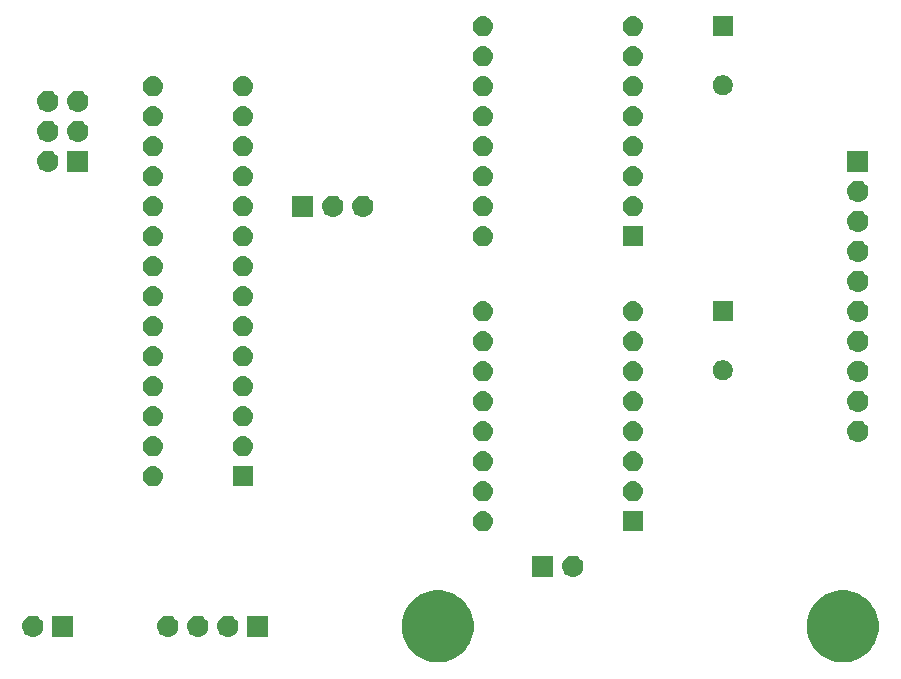
<source format=gbr>
G04 #@! TF.GenerationSoftware,KiCad,Pcbnew,(5.1.2)-1*
G04 #@! TF.CreationDate,2019-05-23T00:03:13+02:00*
G04 #@! TF.ProjectId,DualStepperI2C_PCB_2,4475616c-5374-4657-9070-65724932435f,rev?*
G04 #@! TF.SameCoordinates,Original*
G04 #@! TF.FileFunction,Soldermask,Bot*
G04 #@! TF.FilePolarity,Negative*
%FSLAX46Y46*%
G04 Gerber Fmt 4.6, Leading zero omitted, Abs format (unit mm)*
G04 Created by KiCad (PCBNEW (5.1.2)-1) date 2019-05-23 00:03:13*
%MOMM*%
%LPD*%
G04 APERTURE LIST*
%ADD10C,0.100000*%
G04 APERTURE END LIST*
D10*
G36*
X231735170Y-103687879D02*
G01*
X232029868Y-103746498D01*
X232585067Y-103976469D01*
X232870867Y-104167435D01*
X233084733Y-104310335D01*
X233509665Y-104735267D01*
X233652565Y-104949133D01*
X233843531Y-105234933D01*
X234073502Y-105790132D01*
X234190740Y-106379528D01*
X234190740Y-106980472D01*
X234073502Y-107569868D01*
X233843531Y-108125067D01*
X233652565Y-108410867D01*
X233509665Y-108624733D01*
X233084733Y-109049665D01*
X232870867Y-109192565D01*
X232585067Y-109383531D01*
X232029868Y-109613502D01*
X231735170Y-109672121D01*
X231440473Y-109730740D01*
X230839527Y-109730740D01*
X230544830Y-109672121D01*
X230250132Y-109613502D01*
X229694933Y-109383531D01*
X229409133Y-109192565D01*
X229195267Y-109049665D01*
X228770335Y-108624733D01*
X228627435Y-108410867D01*
X228436469Y-108125067D01*
X228206498Y-107569868D01*
X228089260Y-106980472D01*
X228089260Y-106379528D01*
X228206498Y-105790132D01*
X228436469Y-105234933D01*
X228627435Y-104949133D01*
X228770335Y-104735267D01*
X229195267Y-104310335D01*
X229409133Y-104167435D01*
X229694933Y-103976469D01*
X230250132Y-103746498D01*
X230544830Y-103687879D01*
X230839527Y-103629260D01*
X231440473Y-103629260D01*
X231735170Y-103687879D01*
X231735170Y-103687879D01*
G37*
G36*
X197445170Y-103687879D02*
G01*
X197739868Y-103746498D01*
X198295067Y-103976469D01*
X198580867Y-104167435D01*
X198794733Y-104310335D01*
X199219665Y-104735267D01*
X199362565Y-104949133D01*
X199553531Y-105234933D01*
X199783502Y-105790132D01*
X199900740Y-106379528D01*
X199900740Y-106980472D01*
X199783502Y-107569868D01*
X199553531Y-108125067D01*
X199362565Y-108410867D01*
X199219665Y-108624733D01*
X198794733Y-109049665D01*
X198580867Y-109192565D01*
X198295067Y-109383531D01*
X197739868Y-109613502D01*
X197445170Y-109672121D01*
X197150473Y-109730740D01*
X196549527Y-109730740D01*
X196254830Y-109672121D01*
X195960132Y-109613502D01*
X195404933Y-109383531D01*
X195119133Y-109192565D01*
X194905267Y-109049665D01*
X194480335Y-108624733D01*
X194337435Y-108410867D01*
X194146469Y-108125067D01*
X193916498Y-107569868D01*
X193799260Y-106980472D01*
X193799260Y-106379528D01*
X193916498Y-105790132D01*
X194146469Y-105234933D01*
X194337435Y-104949133D01*
X194480335Y-104735267D01*
X194905267Y-104310335D01*
X195119133Y-104167435D01*
X195404933Y-103976469D01*
X195960132Y-103746498D01*
X196254830Y-103687879D01*
X196549527Y-103629260D01*
X197150473Y-103629260D01*
X197445170Y-103687879D01*
X197445170Y-103687879D01*
G37*
G36*
X166001000Y-107581000D02*
G01*
X164199000Y-107581000D01*
X164199000Y-105779000D01*
X166001000Y-105779000D01*
X166001000Y-107581000D01*
X166001000Y-107581000D01*
G37*
G36*
X176640443Y-105785519D02*
G01*
X176706627Y-105792037D01*
X176876466Y-105843557D01*
X177032991Y-105927222D01*
X177068729Y-105956552D01*
X177170186Y-106039814D01*
X177253448Y-106141271D01*
X177282778Y-106177009D01*
X177366443Y-106333534D01*
X177417963Y-106503373D01*
X177435359Y-106680000D01*
X177417963Y-106856627D01*
X177366443Y-107026466D01*
X177282778Y-107182991D01*
X177253448Y-107218729D01*
X177170186Y-107320186D01*
X177068729Y-107403448D01*
X177032991Y-107432778D01*
X176876466Y-107516443D01*
X176706627Y-107567963D01*
X176640443Y-107574481D01*
X176574260Y-107581000D01*
X176485740Y-107581000D01*
X176419557Y-107574481D01*
X176353373Y-107567963D01*
X176183534Y-107516443D01*
X176027009Y-107432778D01*
X175991271Y-107403448D01*
X175889814Y-107320186D01*
X175806552Y-107218729D01*
X175777222Y-107182991D01*
X175693557Y-107026466D01*
X175642037Y-106856627D01*
X175624641Y-106680000D01*
X175642037Y-106503373D01*
X175693557Y-106333534D01*
X175777222Y-106177009D01*
X175806552Y-106141271D01*
X175889814Y-106039814D01*
X175991271Y-105956552D01*
X176027009Y-105927222D01*
X176183534Y-105843557D01*
X176353373Y-105792037D01*
X176419557Y-105785519D01*
X176485740Y-105779000D01*
X176574260Y-105779000D01*
X176640443Y-105785519D01*
X176640443Y-105785519D01*
G37*
G36*
X174100443Y-105785519D02*
G01*
X174166627Y-105792037D01*
X174336466Y-105843557D01*
X174492991Y-105927222D01*
X174528729Y-105956552D01*
X174630186Y-106039814D01*
X174713448Y-106141271D01*
X174742778Y-106177009D01*
X174826443Y-106333534D01*
X174877963Y-106503373D01*
X174895359Y-106680000D01*
X174877963Y-106856627D01*
X174826443Y-107026466D01*
X174742778Y-107182991D01*
X174713448Y-107218729D01*
X174630186Y-107320186D01*
X174528729Y-107403448D01*
X174492991Y-107432778D01*
X174336466Y-107516443D01*
X174166627Y-107567963D01*
X174100443Y-107574481D01*
X174034260Y-107581000D01*
X173945740Y-107581000D01*
X173879557Y-107574481D01*
X173813373Y-107567963D01*
X173643534Y-107516443D01*
X173487009Y-107432778D01*
X173451271Y-107403448D01*
X173349814Y-107320186D01*
X173266552Y-107218729D01*
X173237222Y-107182991D01*
X173153557Y-107026466D01*
X173102037Y-106856627D01*
X173084641Y-106680000D01*
X173102037Y-106503373D01*
X173153557Y-106333534D01*
X173237222Y-106177009D01*
X173266552Y-106141271D01*
X173349814Y-106039814D01*
X173451271Y-105956552D01*
X173487009Y-105927222D01*
X173643534Y-105843557D01*
X173813373Y-105792037D01*
X173879557Y-105785519D01*
X173945740Y-105779000D01*
X174034260Y-105779000D01*
X174100443Y-105785519D01*
X174100443Y-105785519D01*
G37*
G36*
X179180443Y-105785519D02*
G01*
X179246627Y-105792037D01*
X179416466Y-105843557D01*
X179572991Y-105927222D01*
X179608729Y-105956552D01*
X179710186Y-106039814D01*
X179793448Y-106141271D01*
X179822778Y-106177009D01*
X179906443Y-106333534D01*
X179957963Y-106503373D01*
X179975359Y-106680000D01*
X179957963Y-106856627D01*
X179906443Y-107026466D01*
X179822778Y-107182991D01*
X179793448Y-107218729D01*
X179710186Y-107320186D01*
X179608729Y-107403448D01*
X179572991Y-107432778D01*
X179416466Y-107516443D01*
X179246627Y-107567963D01*
X179180443Y-107574481D01*
X179114260Y-107581000D01*
X179025740Y-107581000D01*
X178959557Y-107574481D01*
X178893373Y-107567963D01*
X178723534Y-107516443D01*
X178567009Y-107432778D01*
X178531271Y-107403448D01*
X178429814Y-107320186D01*
X178346552Y-107218729D01*
X178317222Y-107182991D01*
X178233557Y-107026466D01*
X178182037Y-106856627D01*
X178164641Y-106680000D01*
X178182037Y-106503373D01*
X178233557Y-106333534D01*
X178317222Y-106177009D01*
X178346552Y-106141271D01*
X178429814Y-106039814D01*
X178531271Y-105956552D01*
X178567009Y-105927222D01*
X178723534Y-105843557D01*
X178893373Y-105792037D01*
X178959557Y-105785519D01*
X179025740Y-105779000D01*
X179114260Y-105779000D01*
X179180443Y-105785519D01*
X179180443Y-105785519D01*
G37*
G36*
X162670443Y-105785519D02*
G01*
X162736627Y-105792037D01*
X162906466Y-105843557D01*
X163062991Y-105927222D01*
X163098729Y-105956552D01*
X163200186Y-106039814D01*
X163283448Y-106141271D01*
X163312778Y-106177009D01*
X163396443Y-106333534D01*
X163447963Y-106503373D01*
X163465359Y-106680000D01*
X163447963Y-106856627D01*
X163396443Y-107026466D01*
X163312778Y-107182991D01*
X163283448Y-107218729D01*
X163200186Y-107320186D01*
X163098729Y-107403448D01*
X163062991Y-107432778D01*
X162906466Y-107516443D01*
X162736627Y-107567963D01*
X162670443Y-107574481D01*
X162604260Y-107581000D01*
X162515740Y-107581000D01*
X162449557Y-107574481D01*
X162383373Y-107567963D01*
X162213534Y-107516443D01*
X162057009Y-107432778D01*
X162021271Y-107403448D01*
X161919814Y-107320186D01*
X161836552Y-107218729D01*
X161807222Y-107182991D01*
X161723557Y-107026466D01*
X161672037Y-106856627D01*
X161654641Y-106680000D01*
X161672037Y-106503373D01*
X161723557Y-106333534D01*
X161807222Y-106177009D01*
X161836552Y-106141271D01*
X161919814Y-106039814D01*
X162021271Y-105956552D01*
X162057009Y-105927222D01*
X162213534Y-105843557D01*
X162383373Y-105792037D01*
X162449557Y-105785519D01*
X162515740Y-105779000D01*
X162604260Y-105779000D01*
X162670443Y-105785519D01*
X162670443Y-105785519D01*
G37*
G36*
X182511000Y-107581000D02*
G01*
X180709000Y-107581000D01*
X180709000Y-105779000D01*
X182511000Y-105779000D01*
X182511000Y-107581000D01*
X182511000Y-107581000D01*
G37*
G36*
X208390443Y-100705519D02*
G01*
X208456627Y-100712037D01*
X208626466Y-100763557D01*
X208782991Y-100847222D01*
X208818729Y-100876552D01*
X208920186Y-100959814D01*
X209003448Y-101061271D01*
X209032778Y-101097009D01*
X209116443Y-101253534D01*
X209167963Y-101423373D01*
X209185359Y-101600000D01*
X209167963Y-101776627D01*
X209116443Y-101946466D01*
X209032778Y-102102991D01*
X209003448Y-102138729D01*
X208920186Y-102240186D01*
X208818729Y-102323448D01*
X208782991Y-102352778D01*
X208626466Y-102436443D01*
X208456627Y-102487963D01*
X208390442Y-102494482D01*
X208324260Y-102501000D01*
X208235740Y-102501000D01*
X208169558Y-102494482D01*
X208103373Y-102487963D01*
X207933534Y-102436443D01*
X207777009Y-102352778D01*
X207741271Y-102323448D01*
X207639814Y-102240186D01*
X207556552Y-102138729D01*
X207527222Y-102102991D01*
X207443557Y-101946466D01*
X207392037Y-101776627D01*
X207374641Y-101600000D01*
X207392037Y-101423373D01*
X207443557Y-101253534D01*
X207527222Y-101097009D01*
X207556552Y-101061271D01*
X207639814Y-100959814D01*
X207741271Y-100876552D01*
X207777009Y-100847222D01*
X207933534Y-100763557D01*
X208103373Y-100712037D01*
X208169557Y-100705519D01*
X208235740Y-100699000D01*
X208324260Y-100699000D01*
X208390443Y-100705519D01*
X208390443Y-100705519D01*
G37*
G36*
X206641000Y-102501000D02*
G01*
X204839000Y-102501000D01*
X204839000Y-100699000D01*
X206641000Y-100699000D01*
X206641000Y-102501000D01*
X206641000Y-102501000D01*
G37*
G36*
X200826823Y-96951313D02*
G01*
X200987242Y-96999976D01*
X201119906Y-97070886D01*
X201135078Y-97078996D01*
X201264659Y-97185341D01*
X201371004Y-97314922D01*
X201371005Y-97314924D01*
X201450024Y-97462758D01*
X201498687Y-97623177D01*
X201515117Y-97790000D01*
X201498687Y-97956823D01*
X201450024Y-98117242D01*
X201379114Y-98249906D01*
X201371004Y-98265078D01*
X201264659Y-98394659D01*
X201135078Y-98501004D01*
X201135076Y-98501005D01*
X200987242Y-98580024D01*
X200826823Y-98628687D01*
X200701804Y-98641000D01*
X200618196Y-98641000D01*
X200493177Y-98628687D01*
X200332758Y-98580024D01*
X200184924Y-98501005D01*
X200184922Y-98501004D01*
X200055341Y-98394659D01*
X199948996Y-98265078D01*
X199940886Y-98249906D01*
X199869976Y-98117242D01*
X199821313Y-97956823D01*
X199804883Y-97790000D01*
X199821313Y-97623177D01*
X199869976Y-97462758D01*
X199948995Y-97314924D01*
X199948996Y-97314922D01*
X200055341Y-97185341D01*
X200184922Y-97078996D01*
X200200094Y-97070886D01*
X200332758Y-96999976D01*
X200493177Y-96951313D01*
X200618196Y-96939000D01*
X200701804Y-96939000D01*
X200826823Y-96951313D01*
X200826823Y-96951313D01*
G37*
G36*
X214211000Y-98641000D02*
G01*
X212509000Y-98641000D01*
X212509000Y-96939000D01*
X214211000Y-96939000D01*
X214211000Y-98641000D01*
X214211000Y-98641000D01*
G37*
G36*
X213526823Y-94411313D02*
G01*
X213687242Y-94459976D01*
X213819906Y-94530886D01*
X213835078Y-94538996D01*
X213964659Y-94645341D01*
X214071004Y-94774922D01*
X214071005Y-94774924D01*
X214150024Y-94922758D01*
X214198687Y-95083177D01*
X214215117Y-95250000D01*
X214198687Y-95416823D01*
X214150024Y-95577242D01*
X214079114Y-95709906D01*
X214071004Y-95725078D01*
X213964659Y-95854659D01*
X213835078Y-95961004D01*
X213835076Y-95961005D01*
X213687242Y-96040024D01*
X213526823Y-96088687D01*
X213401804Y-96101000D01*
X213318196Y-96101000D01*
X213193177Y-96088687D01*
X213032758Y-96040024D01*
X212884924Y-95961005D01*
X212884922Y-95961004D01*
X212755341Y-95854659D01*
X212648996Y-95725078D01*
X212640886Y-95709906D01*
X212569976Y-95577242D01*
X212521313Y-95416823D01*
X212504883Y-95250000D01*
X212521313Y-95083177D01*
X212569976Y-94922758D01*
X212648995Y-94774924D01*
X212648996Y-94774922D01*
X212755341Y-94645341D01*
X212884922Y-94538996D01*
X212900094Y-94530886D01*
X213032758Y-94459976D01*
X213193177Y-94411313D01*
X213318196Y-94399000D01*
X213401804Y-94399000D01*
X213526823Y-94411313D01*
X213526823Y-94411313D01*
G37*
G36*
X200826823Y-94411313D02*
G01*
X200987242Y-94459976D01*
X201119906Y-94530886D01*
X201135078Y-94538996D01*
X201264659Y-94645341D01*
X201371004Y-94774922D01*
X201371005Y-94774924D01*
X201450024Y-94922758D01*
X201498687Y-95083177D01*
X201515117Y-95250000D01*
X201498687Y-95416823D01*
X201450024Y-95577242D01*
X201379114Y-95709906D01*
X201371004Y-95725078D01*
X201264659Y-95854659D01*
X201135078Y-95961004D01*
X201135076Y-95961005D01*
X200987242Y-96040024D01*
X200826823Y-96088687D01*
X200701804Y-96101000D01*
X200618196Y-96101000D01*
X200493177Y-96088687D01*
X200332758Y-96040024D01*
X200184924Y-95961005D01*
X200184922Y-95961004D01*
X200055341Y-95854659D01*
X199948996Y-95725078D01*
X199940886Y-95709906D01*
X199869976Y-95577242D01*
X199821313Y-95416823D01*
X199804883Y-95250000D01*
X199821313Y-95083177D01*
X199869976Y-94922758D01*
X199948995Y-94774924D01*
X199948996Y-94774922D01*
X200055341Y-94645341D01*
X200184922Y-94538996D01*
X200200094Y-94530886D01*
X200332758Y-94459976D01*
X200493177Y-94411313D01*
X200618196Y-94399000D01*
X200701804Y-94399000D01*
X200826823Y-94411313D01*
X200826823Y-94411313D01*
G37*
G36*
X172886823Y-93141313D02*
G01*
X173047242Y-93189976D01*
X173179906Y-93260886D01*
X173195078Y-93268996D01*
X173324659Y-93375341D01*
X173431004Y-93504922D01*
X173431005Y-93504924D01*
X173510024Y-93652758D01*
X173558687Y-93813177D01*
X173575117Y-93980000D01*
X173558687Y-94146823D01*
X173510024Y-94307242D01*
X173460978Y-94399000D01*
X173431004Y-94455078D01*
X173324659Y-94584659D01*
X173195078Y-94691004D01*
X173195076Y-94691005D01*
X173047242Y-94770024D01*
X172886823Y-94818687D01*
X172761804Y-94831000D01*
X172678196Y-94831000D01*
X172553177Y-94818687D01*
X172392758Y-94770024D01*
X172244924Y-94691005D01*
X172244922Y-94691004D01*
X172115341Y-94584659D01*
X172008996Y-94455078D01*
X171979022Y-94399000D01*
X171929976Y-94307242D01*
X171881313Y-94146823D01*
X171864883Y-93980000D01*
X171881313Y-93813177D01*
X171929976Y-93652758D01*
X172008995Y-93504924D01*
X172008996Y-93504922D01*
X172115341Y-93375341D01*
X172244922Y-93268996D01*
X172260094Y-93260886D01*
X172392758Y-93189976D01*
X172553177Y-93141313D01*
X172678196Y-93129000D01*
X172761804Y-93129000D01*
X172886823Y-93141313D01*
X172886823Y-93141313D01*
G37*
G36*
X181191000Y-94831000D02*
G01*
X179489000Y-94831000D01*
X179489000Y-93129000D01*
X181191000Y-93129000D01*
X181191000Y-94831000D01*
X181191000Y-94831000D01*
G37*
G36*
X213526823Y-91871313D02*
G01*
X213687242Y-91919976D01*
X213819906Y-91990886D01*
X213835078Y-91998996D01*
X213964659Y-92105341D01*
X214071004Y-92234922D01*
X214071005Y-92234924D01*
X214150024Y-92382758D01*
X214198687Y-92543177D01*
X214215117Y-92710000D01*
X214198687Y-92876823D01*
X214150024Y-93037242D01*
X214100978Y-93129000D01*
X214071004Y-93185078D01*
X213964659Y-93314659D01*
X213835078Y-93421004D01*
X213835076Y-93421005D01*
X213687242Y-93500024D01*
X213526823Y-93548687D01*
X213401804Y-93561000D01*
X213318196Y-93561000D01*
X213193177Y-93548687D01*
X213032758Y-93500024D01*
X212884924Y-93421005D01*
X212884922Y-93421004D01*
X212755341Y-93314659D01*
X212648996Y-93185078D01*
X212619022Y-93129000D01*
X212569976Y-93037242D01*
X212521313Y-92876823D01*
X212504883Y-92710000D01*
X212521313Y-92543177D01*
X212569976Y-92382758D01*
X212648995Y-92234924D01*
X212648996Y-92234922D01*
X212755341Y-92105341D01*
X212884922Y-91998996D01*
X212900094Y-91990886D01*
X213032758Y-91919976D01*
X213193177Y-91871313D01*
X213318196Y-91859000D01*
X213401804Y-91859000D01*
X213526823Y-91871313D01*
X213526823Y-91871313D01*
G37*
G36*
X200826823Y-91871313D02*
G01*
X200987242Y-91919976D01*
X201119906Y-91990886D01*
X201135078Y-91998996D01*
X201264659Y-92105341D01*
X201371004Y-92234922D01*
X201371005Y-92234924D01*
X201450024Y-92382758D01*
X201498687Y-92543177D01*
X201515117Y-92710000D01*
X201498687Y-92876823D01*
X201450024Y-93037242D01*
X201400978Y-93129000D01*
X201371004Y-93185078D01*
X201264659Y-93314659D01*
X201135078Y-93421004D01*
X201135076Y-93421005D01*
X200987242Y-93500024D01*
X200826823Y-93548687D01*
X200701804Y-93561000D01*
X200618196Y-93561000D01*
X200493177Y-93548687D01*
X200332758Y-93500024D01*
X200184924Y-93421005D01*
X200184922Y-93421004D01*
X200055341Y-93314659D01*
X199948996Y-93185078D01*
X199919022Y-93129000D01*
X199869976Y-93037242D01*
X199821313Y-92876823D01*
X199804883Y-92710000D01*
X199821313Y-92543177D01*
X199869976Y-92382758D01*
X199948995Y-92234924D01*
X199948996Y-92234922D01*
X200055341Y-92105341D01*
X200184922Y-91998996D01*
X200200094Y-91990886D01*
X200332758Y-91919976D01*
X200493177Y-91871313D01*
X200618196Y-91859000D01*
X200701804Y-91859000D01*
X200826823Y-91871313D01*
X200826823Y-91871313D01*
G37*
G36*
X172886823Y-90601313D02*
G01*
X173047242Y-90649976D01*
X173179906Y-90720886D01*
X173195078Y-90728996D01*
X173324659Y-90835341D01*
X173431004Y-90964922D01*
X173431005Y-90964924D01*
X173510024Y-91112758D01*
X173558687Y-91273177D01*
X173575117Y-91440000D01*
X173558687Y-91606823D01*
X173510024Y-91767242D01*
X173460978Y-91859000D01*
X173431004Y-91915078D01*
X173324659Y-92044659D01*
X173195078Y-92151004D01*
X173195076Y-92151005D01*
X173047242Y-92230024D01*
X172886823Y-92278687D01*
X172761804Y-92291000D01*
X172678196Y-92291000D01*
X172553177Y-92278687D01*
X172392758Y-92230024D01*
X172244924Y-92151005D01*
X172244922Y-92151004D01*
X172115341Y-92044659D01*
X172008996Y-91915078D01*
X171979022Y-91859000D01*
X171929976Y-91767242D01*
X171881313Y-91606823D01*
X171864883Y-91440000D01*
X171881313Y-91273177D01*
X171929976Y-91112758D01*
X172008995Y-90964924D01*
X172008996Y-90964922D01*
X172115341Y-90835341D01*
X172244922Y-90728996D01*
X172260094Y-90720886D01*
X172392758Y-90649976D01*
X172553177Y-90601313D01*
X172678196Y-90589000D01*
X172761804Y-90589000D01*
X172886823Y-90601313D01*
X172886823Y-90601313D01*
G37*
G36*
X180506823Y-90601313D02*
G01*
X180667242Y-90649976D01*
X180799906Y-90720886D01*
X180815078Y-90728996D01*
X180944659Y-90835341D01*
X181051004Y-90964922D01*
X181051005Y-90964924D01*
X181130024Y-91112758D01*
X181178687Y-91273177D01*
X181195117Y-91440000D01*
X181178687Y-91606823D01*
X181130024Y-91767242D01*
X181080978Y-91859000D01*
X181051004Y-91915078D01*
X180944659Y-92044659D01*
X180815078Y-92151004D01*
X180815076Y-92151005D01*
X180667242Y-92230024D01*
X180506823Y-92278687D01*
X180381804Y-92291000D01*
X180298196Y-92291000D01*
X180173177Y-92278687D01*
X180012758Y-92230024D01*
X179864924Y-92151005D01*
X179864922Y-92151004D01*
X179735341Y-92044659D01*
X179628996Y-91915078D01*
X179599022Y-91859000D01*
X179549976Y-91767242D01*
X179501313Y-91606823D01*
X179484883Y-91440000D01*
X179501313Y-91273177D01*
X179549976Y-91112758D01*
X179628995Y-90964924D01*
X179628996Y-90964922D01*
X179735341Y-90835341D01*
X179864922Y-90728996D01*
X179880094Y-90720886D01*
X180012758Y-90649976D01*
X180173177Y-90601313D01*
X180298196Y-90589000D01*
X180381804Y-90589000D01*
X180506823Y-90601313D01*
X180506823Y-90601313D01*
G37*
G36*
X232520443Y-89275519D02*
G01*
X232586627Y-89282037D01*
X232756466Y-89333557D01*
X232912991Y-89417222D01*
X232948729Y-89446552D01*
X233050186Y-89529814D01*
X233133448Y-89631271D01*
X233162778Y-89667009D01*
X233246443Y-89823534D01*
X233297963Y-89993373D01*
X233315359Y-90170000D01*
X233297963Y-90346627D01*
X233246443Y-90516466D01*
X233162778Y-90672991D01*
X233133448Y-90708729D01*
X233050186Y-90810186D01*
X232948729Y-90893448D01*
X232912991Y-90922778D01*
X232756466Y-91006443D01*
X232586627Y-91057963D01*
X232520442Y-91064482D01*
X232454260Y-91071000D01*
X232365740Y-91071000D01*
X232299558Y-91064482D01*
X232233373Y-91057963D01*
X232063534Y-91006443D01*
X231907009Y-90922778D01*
X231871271Y-90893448D01*
X231769814Y-90810186D01*
X231686552Y-90708729D01*
X231657222Y-90672991D01*
X231573557Y-90516466D01*
X231522037Y-90346627D01*
X231504641Y-90170000D01*
X231522037Y-89993373D01*
X231573557Y-89823534D01*
X231657222Y-89667009D01*
X231686552Y-89631271D01*
X231769814Y-89529814D01*
X231871271Y-89446552D01*
X231907009Y-89417222D01*
X232063534Y-89333557D01*
X232233373Y-89282037D01*
X232299557Y-89275519D01*
X232365740Y-89269000D01*
X232454260Y-89269000D01*
X232520443Y-89275519D01*
X232520443Y-89275519D01*
G37*
G36*
X200826823Y-89331313D02*
G01*
X200987242Y-89379976D01*
X201056922Y-89417221D01*
X201135078Y-89458996D01*
X201264659Y-89565341D01*
X201371004Y-89694922D01*
X201371005Y-89694924D01*
X201450024Y-89842758D01*
X201498687Y-90003177D01*
X201515117Y-90170000D01*
X201498687Y-90336823D01*
X201450024Y-90497242D01*
X201439747Y-90516468D01*
X201371004Y-90645078D01*
X201264659Y-90774659D01*
X201135078Y-90881004D01*
X201135076Y-90881005D01*
X200987242Y-90960024D01*
X200826823Y-91008687D01*
X200701804Y-91021000D01*
X200618196Y-91021000D01*
X200493177Y-91008687D01*
X200332758Y-90960024D01*
X200184924Y-90881005D01*
X200184922Y-90881004D01*
X200055341Y-90774659D01*
X199948996Y-90645078D01*
X199880253Y-90516468D01*
X199869976Y-90497242D01*
X199821313Y-90336823D01*
X199804883Y-90170000D01*
X199821313Y-90003177D01*
X199869976Y-89842758D01*
X199948995Y-89694924D01*
X199948996Y-89694922D01*
X200055341Y-89565341D01*
X200184922Y-89458996D01*
X200263078Y-89417221D01*
X200332758Y-89379976D01*
X200493177Y-89331313D01*
X200618196Y-89319000D01*
X200701804Y-89319000D01*
X200826823Y-89331313D01*
X200826823Y-89331313D01*
G37*
G36*
X213526823Y-89331313D02*
G01*
X213687242Y-89379976D01*
X213756922Y-89417221D01*
X213835078Y-89458996D01*
X213964659Y-89565341D01*
X214071004Y-89694922D01*
X214071005Y-89694924D01*
X214150024Y-89842758D01*
X214198687Y-90003177D01*
X214215117Y-90170000D01*
X214198687Y-90336823D01*
X214150024Y-90497242D01*
X214139747Y-90516468D01*
X214071004Y-90645078D01*
X213964659Y-90774659D01*
X213835078Y-90881004D01*
X213835076Y-90881005D01*
X213687242Y-90960024D01*
X213526823Y-91008687D01*
X213401804Y-91021000D01*
X213318196Y-91021000D01*
X213193177Y-91008687D01*
X213032758Y-90960024D01*
X212884924Y-90881005D01*
X212884922Y-90881004D01*
X212755341Y-90774659D01*
X212648996Y-90645078D01*
X212580253Y-90516468D01*
X212569976Y-90497242D01*
X212521313Y-90336823D01*
X212504883Y-90170000D01*
X212521313Y-90003177D01*
X212569976Y-89842758D01*
X212648995Y-89694924D01*
X212648996Y-89694922D01*
X212755341Y-89565341D01*
X212884922Y-89458996D01*
X212963078Y-89417221D01*
X213032758Y-89379976D01*
X213193177Y-89331313D01*
X213318196Y-89319000D01*
X213401804Y-89319000D01*
X213526823Y-89331313D01*
X213526823Y-89331313D01*
G37*
G36*
X172886823Y-88061313D02*
G01*
X173047242Y-88109976D01*
X173179906Y-88180886D01*
X173195078Y-88188996D01*
X173324659Y-88295341D01*
X173431004Y-88424922D01*
X173431005Y-88424924D01*
X173510024Y-88572758D01*
X173558687Y-88733177D01*
X173575117Y-88900000D01*
X173558687Y-89066823D01*
X173510024Y-89227242D01*
X173480735Y-89282037D01*
X173431004Y-89375078D01*
X173324659Y-89504659D01*
X173195078Y-89611004D01*
X173195076Y-89611005D01*
X173047242Y-89690024D01*
X172886823Y-89738687D01*
X172761804Y-89751000D01*
X172678196Y-89751000D01*
X172553177Y-89738687D01*
X172392758Y-89690024D01*
X172244924Y-89611005D01*
X172244922Y-89611004D01*
X172115341Y-89504659D01*
X172008996Y-89375078D01*
X171959265Y-89282037D01*
X171929976Y-89227242D01*
X171881313Y-89066823D01*
X171864883Y-88900000D01*
X171881313Y-88733177D01*
X171929976Y-88572758D01*
X172008995Y-88424924D01*
X172008996Y-88424922D01*
X172115341Y-88295341D01*
X172244922Y-88188996D01*
X172260094Y-88180886D01*
X172392758Y-88109976D01*
X172553177Y-88061313D01*
X172678196Y-88049000D01*
X172761804Y-88049000D01*
X172886823Y-88061313D01*
X172886823Y-88061313D01*
G37*
G36*
X180506823Y-88061313D02*
G01*
X180667242Y-88109976D01*
X180799906Y-88180886D01*
X180815078Y-88188996D01*
X180944659Y-88295341D01*
X181051004Y-88424922D01*
X181051005Y-88424924D01*
X181130024Y-88572758D01*
X181178687Y-88733177D01*
X181195117Y-88900000D01*
X181178687Y-89066823D01*
X181130024Y-89227242D01*
X181100735Y-89282037D01*
X181051004Y-89375078D01*
X180944659Y-89504659D01*
X180815078Y-89611004D01*
X180815076Y-89611005D01*
X180667242Y-89690024D01*
X180506823Y-89738687D01*
X180381804Y-89751000D01*
X180298196Y-89751000D01*
X180173177Y-89738687D01*
X180012758Y-89690024D01*
X179864924Y-89611005D01*
X179864922Y-89611004D01*
X179735341Y-89504659D01*
X179628996Y-89375078D01*
X179579265Y-89282037D01*
X179549976Y-89227242D01*
X179501313Y-89066823D01*
X179484883Y-88900000D01*
X179501313Y-88733177D01*
X179549976Y-88572758D01*
X179628995Y-88424924D01*
X179628996Y-88424922D01*
X179735341Y-88295341D01*
X179864922Y-88188996D01*
X179880094Y-88180886D01*
X180012758Y-88109976D01*
X180173177Y-88061313D01*
X180298196Y-88049000D01*
X180381804Y-88049000D01*
X180506823Y-88061313D01*
X180506823Y-88061313D01*
G37*
G36*
X232520442Y-86735518D02*
G01*
X232586627Y-86742037D01*
X232756466Y-86793557D01*
X232912991Y-86877222D01*
X232948729Y-86906552D01*
X233050186Y-86989814D01*
X233133448Y-87091271D01*
X233162778Y-87127009D01*
X233246443Y-87283534D01*
X233297963Y-87453373D01*
X233315359Y-87630000D01*
X233297963Y-87806627D01*
X233246443Y-87976466D01*
X233162778Y-88132991D01*
X233133448Y-88168729D01*
X233050186Y-88270186D01*
X232948729Y-88353448D01*
X232912991Y-88382778D01*
X232756466Y-88466443D01*
X232586627Y-88517963D01*
X232520442Y-88524482D01*
X232454260Y-88531000D01*
X232365740Y-88531000D01*
X232299558Y-88524482D01*
X232233373Y-88517963D01*
X232063534Y-88466443D01*
X231907009Y-88382778D01*
X231871271Y-88353448D01*
X231769814Y-88270186D01*
X231686552Y-88168729D01*
X231657222Y-88132991D01*
X231573557Y-87976466D01*
X231522037Y-87806627D01*
X231504641Y-87630000D01*
X231522037Y-87453373D01*
X231573557Y-87283534D01*
X231657222Y-87127009D01*
X231686552Y-87091271D01*
X231769814Y-86989814D01*
X231871271Y-86906552D01*
X231907009Y-86877222D01*
X232063534Y-86793557D01*
X232233373Y-86742037D01*
X232299558Y-86735518D01*
X232365740Y-86729000D01*
X232454260Y-86729000D01*
X232520442Y-86735518D01*
X232520442Y-86735518D01*
G37*
G36*
X213526823Y-86791313D02*
G01*
X213687242Y-86839976D01*
X213756922Y-86877221D01*
X213835078Y-86918996D01*
X213964659Y-87025341D01*
X214071004Y-87154922D01*
X214071005Y-87154924D01*
X214150024Y-87302758D01*
X214198687Y-87463177D01*
X214215117Y-87630000D01*
X214198687Y-87796823D01*
X214150024Y-87957242D01*
X214139747Y-87976468D01*
X214071004Y-88105078D01*
X213964659Y-88234659D01*
X213835078Y-88341004D01*
X213835076Y-88341005D01*
X213687242Y-88420024D01*
X213526823Y-88468687D01*
X213401804Y-88481000D01*
X213318196Y-88481000D01*
X213193177Y-88468687D01*
X213032758Y-88420024D01*
X212884924Y-88341005D01*
X212884922Y-88341004D01*
X212755341Y-88234659D01*
X212648996Y-88105078D01*
X212580253Y-87976468D01*
X212569976Y-87957242D01*
X212521313Y-87796823D01*
X212504883Y-87630000D01*
X212521313Y-87463177D01*
X212569976Y-87302758D01*
X212648995Y-87154924D01*
X212648996Y-87154922D01*
X212755341Y-87025341D01*
X212884922Y-86918996D01*
X212963078Y-86877221D01*
X213032758Y-86839976D01*
X213193177Y-86791313D01*
X213318196Y-86779000D01*
X213401804Y-86779000D01*
X213526823Y-86791313D01*
X213526823Y-86791313D01*
G37*
G36*
X200826823Y-86791313D02*
G01*
X200987242Y-86839976D01*
X201056922Y-86877221D01*
X201135078Y-86918996D01*
X201264659Y-87025341D01*
X201371004Y-87154922D01*
X201371005Y-87154924D01*
X201450024Y-87302758D01*
X201498687Y-87463177D01*
X201515117Y-87630000D01*
X201498687Y-87796823D01*
X201450024Y-87957242D01*
X201439747Y-87976468D01*
X201371004Y-88105078D01*
X201264659Y-88234659D01*
X201135078Y-88341004D01*
X201135076Y-88341005D01*
X200987242Y-88420024D01*
X200826823Y-88468687D01*
X200701804Y-88481000D01*
X200618196Y-88481000D01*
X200493177Y-88468687D01*
X200332758Y-88420024D01*
X200184924Y-88341005D01*
X200184922Y-88341004D01*
X200055341Y-88234659D01*
X199948996Y-88105078D01*
X199880253Y-87976468D01*
X199869976Y-87957242D01*
X199821313Y-87796823D01*
X199804883Y-87630000D01*
X199821313Y-87463177D01*
X199869976Y-87302758D01*
X199948995Y-87154924D01*
X199948996Y-87154922D01*
X200055341Y-87025341D01*
X200184922Y-86918996D01*
X200263078Y-86877221D01*
X200332758Y-86839976D01*
X200493177Y-86791313D01*
X200618196Y-86779000D01*
X200701804Y-86779000D01*
X200826823Y-86791313D01*
X200826823Y-86791313D01*
G37*
G36*
X172886823Y-85521313D02*
G01*
X173047242Y-85569976D01*
X173179906Y-85640886D01*
X173195078Y-85648996D01*
X173324659Y-85755341D01*
X173431004Y-85884922D01*
X173431005Y-85884924D01*
X173510024Y-86032758D01*
X173558687Y-86193177D01*
X173575117Y-86360000D01*
X173558687Y-86526823D01*
X173510024Y-86687242D01*
X173480735Y-86742037D01*
X173431004Y-86835078D01*
X173324659Y-86964659D01*
X173195078Y-87071004D01*
X173195076Y-87071005D01*
X173047242Y-87150024D01*
X172886823Y-87198687D01*
X172761804Y-87211000D01*
X172678196Y-87211000D01*
X172553177Y-87198687D01*
X172392758Y-87150024D01*
X172244924Y-87071005D01*
X172244922Y-87071004D01*
X172115341Y-86964659D01*
X172008996Y-86835078D01*
X171959265Y-86742037D01*
X171929976Y-86687242D01*
X171881313Y-86526823D01*
X171864883Y-86360000D01*
X171881313Y-86193177D01*
X171929976Y-86032758D01*
X172008995Y-85884924D01*
X172008996Y-85884922D01*
X172115341Y-85755341D01*
X172244922Y-85648996D01*
X172260094Y-85640886D01*
X172392758Y-85569976D01*
X172553177Y-85521313D01*
X172678196Y-85509000D01*
X172761804Y-85509000D01*
X172886823Y-85521313D01*
X172886823Y-85521313D01*
G37*
G36*
X180506823Y-85521313D02*
G01*
X180667242Y-85569976D01*
X180799906Y-85640886D01*
X180815078Y-85648996D01*
X180944659Y-85755341D01*
X181051004Y-85884922D01*
X181051005Y-85884924D01*
X181130024Y-86032758D01*
X181178687Y-86193177D01*
X181195117Y-86360000D01*
X181178687Y-86526823D01*
X181130024Y-86687242D01*
X181100735Y-86742037D01*
X181051004Y-86835078D01*
X180944659Y-86964659D01*
X180815078Y-87071004D01*
X180815076Y-87071005D01*
X180667242Y-87150024D01*
X180506823Y-87198687D01*
X180381804Y-87211000D01*
X180298196Y-87211000D01*
X180173177Y-87198687D01*
X180012758Y-87150024D01*
X179864924Y-87071005D01*
X179864922Y-87071004D01*
X179735341Y-86964659D01*
X179628996Y-86835078D01*
X179579265Y-86742037D01*
X179549976Y-86687242D01*
X179501313Y-86526823D01*
X179484883Y-86360000D01*
X179501313Y-86193177D01*
X179549976Y-86032758D01*
X179628995Y-85884924D01*
X179628996Y-85884922D01*
X179735341Y-85755341D01*
X179864922Y-85648996D01*
X179880094Y-85640886D01*
X180012758Y-85569976D01*
X180173177Y-85521313D01*
X180298196Y-85509000D01*
X180381804Y-85509000D01*
X180506823Y-85521313D01*
X180506823Y-85521313D01*
G37*
G36*
X232520442Y-84195518D02*
G01*
X232586627Y-84202037D01*
X232756466Y-84253557D01*
X232756468Y-84253558D01*
X232834142Y-84295076D01*
X232912991Y-84337222D01*
X232927324Y-84348985D01*
X233050186Y-84449814D01*
X233133448Y-84551271D01*
X233162778Y-84587009D01*
X233246443Y-84743534D01*
X233297963Y-84913373D01*
X233315359Y-85090000D01*
X233297963Y-85266627D01*
X233246443Y-85436466D01*
X233162778Y-85592991D01*
X233133448Y-85628729D01*
X233050186Y-85730186D01*
X232948729Y-85813448D01*
X232912991Y-85842778D01*
X232756466Y-85926443D01*
X232586627Y-85977963D01*
X232520442Y-85984482D01*
X232454260Y-85991000D01*
X232365740Y-85991000D01*
X232299558Y-85984482D01*
X232233373Y-85977963D01*
X232063534Y-85926443D01*
X231907009Y-85842778D01*
X231871271Y-85813448D01*
X231769814Y-85730186D01*
X231686552Y-85628729D01*
X231657222Y-85592991D01*
X231573557Y-85436466D01*
X231522037Y-85266627D01*
X231504641Y-85090000D01*
X231522037Y-84913373D01*
X231573557Y-84743534D01*
X231657222Y-84587009D01*
X231686552Y-84551271D01*
X231769814Y-84449814D01*
X231892676Y-84348985D01*
X231907009Y-84337222D01*
X231985858Y-84295076D01*
X232063532Y-84253558D01*
X232063534Y-84253557D01*
X232233373Y-84202037D01*
X232299558Y-84195518D01*
X232365740Y-84189000D01*
X232454260Y-84189000D01*
X232520442Y-84195518D01*
X232520442Y-84195518D01*
G37*
G36*
X213526823Y-84251313D02*
G01*
X213687242Y-84299976D01*
X213756922Y-84337221D01*
X213835078Y-84378996D01*
X213964659Y-84485341D01*
X214071004Y-84614922D01*
X214071005Y-84614924D01*
X214150024Y-84762758D01*
X214198687Y-84923177D01*
X214215117Y-85090000D01*
X214198687Y-85256823D01*
X214195713Y-85266627D01*
X214151281Y-85413100D01*
X214150024Y-85417242D01*
X214139747Y-85436468D01*
X214071004Y-85565078D01*
X213964659Y-85694659D01*
X213835078Y-85801004D01*
X213835076Y-85801005D01*
X213687242Y-85880024D01*
X213526823Y-85928687D01*
X213401804Y-85941000D01*
X213318196Y-85941000D01*
X213193177Y-85928687D01*
X213032758Y-85880024D01*
X212884924Y-85801005D01*
X212884922Y-85801004D01*
X212755341Y-85694659D01*
X212648996Y-85565078D01*
X212580253Y-85436468D01*
X212569976Y-85417242D01*
X212568720Y-85413100D01*
X212524287Y-85266627D01*
X212521313Y-85256823D01*
X212504883Y-85090000D01*
X212521313Y-84923177D01*
X212569976Y-84762758D01*
X212648995Y-84614924D01*
X212648996Y-84614922D01*
X212755341Y-84485341D01*
X212884922Y-84378996D01*
X212963078Y-84337221D01*
X213032758Y-84299976D01*
X213193177Y-84251313D01*
X213318196Y-84239000D01*
X213401804Y-84239000D01*
X213526823Y-84251313D01*
X213526823Y-84251313D01*
G37*
G36*
X200826823Y-84251313D02*
G01*
X200987242Y-84299976D01*
X201056922Y-84337221D01*
X201135078Y-84378996D01*
X201264659Y-84485341D01*
X201371004Y-84614922D01*
X201371005Y-84614924D01*
X201450024Y-84762758D01*
X201498687Y-84923177D01*
X201515117Y-85090000D01*
X201498687Y-85256823D01*
X201495713Y-85266627D01*
X201451281Y-85413100D01*
X201450024Y-85417242D01*
X201439747Y-85436468D01*
X201371004Y-85565078D01*
X201264659Y-85694659D01*
X201135078Y-85801004D01*
X201135076Y-85801005D01*
X200987242Y-85880024D01*
X200826823Y-85928687D01*
X200701804Y-85941000D01*
X200618196Y-85941000D01*
X200493177Y-85928687D01*
X200332758Y-85880024D01*
X200184924Y-85801005D01*
X200184922Y-85801004D01*
X200055341Y-85694659D01*
X199948996Y-85565078D01*
X199880253Y-85436468D01*
X199869976Y-85417242D01*
X199868720Y-85413100D01*
X199824287Y-85266627D01*
X199821313Y-85256823D01*
X199804883Y-85090000D01*
X199821313Y-84923177D01*
X199869976Y-84762758D01*
X199948995Y-84614924D01*
X199948996Y-84614922D01*
X200055341Y-84485341D01*
X200184922Y-84378996D01*
X200263078Y-84337221D01*
X200332758Y-84299976D01*
X200493177Y-84251313D01*
X200618196Y-84239000D01*
X200701804Y-84239000D01*
X200826823Y-84251313D01*
X200826823Y-84251313D01*
G37*
G36*
X221228228Y-84191703D02*
G01*
X221383100Y-84255853D01*
X221522481Y-84348985D01*
X221641015Y-84467519D01*
X221734147Y-84606900D01*
X221798297Y-84761772D01*
X221831000Y-84926184D01*
X221831000Y-85093816D01*
X221798297Y-85258228D01*
X221734147Y-85413100D01*
X221641015Y-85552481D01*
X221522481Y-85671015D01*
X221383100Y-85764147D01*
X221228228Y-85828297D01*
X221063816Y-85861000D01*
X220896184Y-85861000D01*
X220731772Y-85828297D01*
X220576900Y-85764147D01*
X220437519Y-85671015D01*
X220318985Y-85552481D01*
X220225853Y-85413100D01*
X220161703Y-85258228D01*
X220129000Y-85093816D01*
X220129000Y-84926184D01*
X220161703Y-84761772D01*
X220225853Y-84606900D01*
X220318985Y-84467519D01*
X220437519Y-84348985D01*
X220576900Y-84255853D01*
X220731772Y-84191703D01*
X220896184Y-84159000D01*
X221063816Y-84159000D01*
X221228228Y-84191703D01*
X221228228Y-84191703D01*
G37*
G36*
X180506823Y-82981313D02*
G01*
X180667242Y-83029976D01*
X180799906Y-83100886D01*
X180815078Y-83108996D01*
X180944659Y-83215341D01*
X181051004Y-83344922D01*
X181051005Y-83344924D01*
X181130024Y-83492758D01*
X181178687Y-83653177D01*
X181195117Y-83820000D01*
X181178687Y-83986823D01*
X181130024Y-84147242D01*
X181106259Y-84191703D01*
X181051004Y-84295078D01*
X180944659Y-84424659D01*
X180815078Y-84531004D01*
X180815076Y-84531005D01*
X180667242Y-84610024D01*
X180506823Y-84658687D01*
X180381804Y-84671000D01*
X180298196Y-84671000D01*
X180173177Y-84658687D01*
X180012758Y-84610024D01*
X179864924Y-84531005D01*
X179864922Y-84531004D01*
X179735341Y-84424659D01*
X179628996Y-84295078D01*
X179573741Y-84191703D01*
X179549976Y-84147242D01*
X179501313Y-83986823D01*
X179484883Y-83820000D01*
X179501313Y-83653177D01*
X179549976Y-83492758D01*
X179628995Y-83344924D01*
X179628996Y-83344922D01*
X179735341Y-83215341D01*
X179864922Y-83108996D01*
X179880094Y-83100886D01*
X180012758Y-83029976D01*
X180173177Y-82981313D01*
X180298196Y-82969000D01*
X180381804Y-82969000D01*
X180506823Y-82981313D01*
X180506823Y-82981313D01*
G37*
G36*
X172886823Y-82981313D02*
G01*
X173047242Y-83029976D01*
X173179906Y-83100886D01*
X173195078Y-83108996D01*
X173324659Y-83215341D01*
X173431004Y-83344922D01*
X173431005Y-83344924D01*
X173510024Y-83492758D01*
X173558687Y-83653177D01*
X173575117Y-83820000D01*
X173558687Y-83986823D01*
X173510024Y-84147242D01*
X173486259Y-84191703D01*
X173431004Y-84295078D01*
X173324659Y-84424659D01*
X173195078Y-84531004D01*
X173195076Y-84531005D01*
X173047242Y-84610024D01*
X172886823Y-84658687D01*
X172761804Y-84671000D01*
X172678196Y-84671000D01*
X172553177Y-84658687D01*
X172392758Y-84610024D01*
X172244924Y-84531005D01*
X172244922Y-84531004D01*
X172115341Y-84424659D01*
X172008996Y-84295078D01*
X171953741Y-84191703D01*
X171929976Y-84147242D01*
X171881313Y-83986823D01*
X171864883Y-83820000D01*
X171881313Y-83653177D01*
X171929976Y-83492758D01*
X172008995Y-83344924D01*
X172008996Y-83344922D01*
X172115341Y-83215341D01*
X172244922Y-83108996D01*
X172260094Y-83100886D01*
X172392758Y-83029976D01*
X172553177Y-82981313D01*
X172678196Y-82969000D01*
X172761804Y-82969000D01*
X172886823Y-82981313D01*
X172886823Y-82981313D01*
G37*
G36*
X232520443Y-81655519D02*
G01*
X232586627Y-81662037D01*
X232756466Y-81713557D01*
X232912991Y-81797222D01*
X232948729Y-81826552D01*
X233050186Y-81909814D01*
X233133448Y-82011271D01*
X233162778Y-82047009D01*
X233246443Y-82203534D01*
X233297963Y-82373373D01*
X233315359Y-82550000D01*
X233297963Y-82726627D01*
X233246443Y-82896466D01*
X233162778Y-83052991D01*
X233133448Y-83088729D01*
X233050186Y-83190186D01*
X232948729Y-83273448D01*
X232912991Y-83302778D01*
X232756466Y-83386443D01*
X232586627Y-83437963D01*
X232520443Y-83444481D01*
X232454260Y-83451000D01*
X232365740Y-83451000D01*
X232299557Y-83444481D01*
X232233373Y-83437963D01*
X232063534Y-83386443D01*
X231907009Y-83302778D01*
X231871271Y-83273448D01*
X231769814Y-83190186D01*
X231686552Y-83088729D01*
X231657222Y-83052991D01*
X231573557Y-82896466D01*
X231522037Y-82726627D01*
X231504641Y-82550000D01*
X231522037Y-82373373D01*
X231573557Y-82203534D01*
X231657222Y-82047009D01*
X231686552Y-82011271D01*
X231769814Y-81909814D01*
X231871271Y-81826552D01*
X231907009Y-81797222D01*
X232063534Y-81713557D01*
X232233373Y-81662037D01*
X232299557Y-81655519D01*
X232365740Y-81649000D01*
X232454260Y-81649000D01*
X232520443Y-81655519D01*
X232520443Y-81655519D01*
G37*
G36*
X213526823Y-81711313D02*
G01*
X213687242Y-81759976D01*
X213756922Y-81797221D01*
X213835078Y-81838996D01*
X213964659Y-81945341D01*
X214071004Y-82074922D01*
X214071005Y-82074924D01*
X214150024Y-82222758D01*
X214198687Y-82383177D01*
X214215117Y-82550000D01*
X214198687Y-82716823D01*
X214150024Y-82877242D01*
X214139747Y-82896468D01*
X214071004Y-83025078D01*
X213964659Y-83154659D01*
X213835078Y-83261004D01*
X213835076Y-83261005D01*
X213687242Y-83340024D01*
X213526823Y-83388687D01*
X213401804Y-83401000D01*
X213318196Y-83401000D01*
X213193177Y-83388687D01*
X213032758Y-83340024D01*
X212884924Y-83261005D01*
X212884922Y-83261004D01*
X212755341Y-83154659D01*
X212648996Y-83025078D01*
X212580253Y-82896468D01*
X212569976Y-82877242D01*
X212521313Y-82716823D01*
X212504883Y-82550000D01*
X212521313Y-82383177D01*
X212569976Y-82222758D01*
X212648995Y-82074924D01*
X212648996Y-82074922D01*
X212755341Y-81945341D01*
X212884922Y-81838996D01*
X212963078Y-81797221D01*
X213032758Y-81759976D01*
X213193177Y-81711313D01*
X213318196Y-81699000D01*
X213401804Y-81699000D01*
X213526823Y-81711313D01*
X213526823Y-81711313D01*
G37*
G36*
X200826823Y-81711313D02*
G01*
X200987242Y-81759976D01*
X201056922Y-81797221D01*
X201135078Y-81838996D01*
X201264659Y-81945341D01*
X201371004Y-82074922D01*
X201371005Y-82074924D01*
X201450024Y-82222758D01*
X201498687Y-82383177D01*
X201515117Y-82550000D01*
X201498687Y-82716823D01*
X201450024Y-82877242D01*
X201439747Y-82896468D01*
X201371004Y-83025078D01*
X201264659Y-83154659D01*
X201135078Y-83261004D01*
X201135076Y-83261005D01*
X200987242Y-83340024D01*
X200826823Y-83388687D01*
X200701804Y-83401000D01*
X200618196Y-83401000D01*
X200493177Y-83388687D01*
X200332758Y-83340024D01*
X200184924Y-83261005D01*
X200184922Y-83261004D01*
X200055341Y-83154659D01*
X199948996Y-83025078D01*
X199880253Y-82896468D01*
X199869976Y-82877242D01*
X199821313Y-82716823D01*
X199804883Y-82550000D01*
X199821313Y-82383177D01*
X199869976Y-82222758D01*
X199948995Y-82074924D01*
X199948996Y-82074922D01*
X200055341Y-81945341D01*
X200184922Y-81838996D01*
X200263078Y-81797221D01*
X200332758Y-81759976D01*
X200493177Y-81711313D01*
X200618196Y-81699000D01*
X200701804Y-81699000D01*
X200826823Y-81711313D01*
X200826823Y-81711313D01*
G37*
G36*
X180506823Y-80441313D02*
G01*
X180667242Y-80489976D01*
X180799906Y-80560886D01*
X180815078Y-80568996D01*
X180944659Y-80675341D01*
X181051004Y-80804922D01*
X181051005Y-80804924D01*
X181130024Y-80952758D01*
X181178687Y-81113177D01*
X181195117Y-81280000D01*
X181178687Y-81446823D01*
X181130024Y-81607242D01*
X181100735Y-81662037D01*
X181051004Y-81755078D01*
X180944659Y-81884659D01*
X180815078Y-81991004D01*
X180815076Y-81991005D01*
X180667242Y-82070024D01*
X180506823Y-82118687D01*
X180381804Y-82131000D01*
X180298196Y-82131000D01*
X180173177Y-82118687D01*
X180012758Y-82070024D01*
X179864924Y-81991005D01*
X179864922Y-81991004D01*
X179735341Y-81884659D01*
X179628996Y-81755078D01*
X179579265Y-81662037D01*
X179549976Y-81607242D01*
X179501313Y-81446823D01*
X179484883Y-81280000D01*
X179501313Y-81113177D01*
X179549976Y-80952758D01*
X179628995Y-80804924D01*
X179628996Y-80804922D01*
X179735341Y-80675341D01*
X179864922Y-80568996D01*
X179880094Y-80560886D01*
X180012758Y-80489976D01*
X180173177Y-80441313D01*
X180298196Y-80429000D01*
X180381804Y-80429000D01*
X180506823Y-80441313D01*
X180506823Y-80441313D01*
G37*
G36*
X172886823Y-80441313D02*
G01*
X173047242Y-80489976D01*
X173179906Y-80560886D01*
X173195078Y-80568996D01*
X173324659Y-80675341D01*
X173431004Y-80804922D01*
X173431005Y-80804924D01*
X173510024Y-80952758D01*
X173558687Y-81113177D01*
X173575117Y-81280000D01*
X173558687Y-81446823D01*
X173510024Y-81607242D01*
X173480735Y-81662037D01*
X173431004Y-81755078D01*
X173324659Y-81884659D01*
X173195078Y-81991004D01*
X173195076Y-81991005D01*
X173047242Y-82070024D01*
X172886823Y-82118687D01*
X172761804Y-82131000D01*
X172678196Y-82131000D01*
X172553177Y-82118687D01*
X172392758Y-82070024D01*
X172244924Y-81991005D01*
X172244922Y-81991004D01*
X172115341Y-81884659D01*
X172008996Y-81755078D01*
X171959265Y-81662037D01*
X171929976Y-81607242D01*
X171881313Y-81446823D01*
X171864883Y-81280000D01*
X171881313Y-81113177D01*
X171929976Y-80952758D01*
X172008995Y-80804924D01*
X172008996Y-80804922D01*
X172115341Y-80675341D01*
X172244922Y-80568996D01*
X172260094Y-80560886D01*
X172392758Y-80489976D01*
X172553177Y-80441313D01*
X172678196Y-80429000D01*
X172761804Y-80429000D01*
X172886823Y-80441313D01*
X172886823Y-80441313D01*
G37*
G36*
X232520443Y-79115519D02*
G01*
X232586627Y-79122037D01*
X232756466Y-79173557D01*
X232912991Y-79257222D01*
X232948729Y-79286552D01*
X233050186Y-79369814D01*
X233133448Y-79471271D01*
X233162778Y-79507009D01*
X233246443Y-79663534D01*
X233297963Y-79833373D01*
X233315359Y-80010000D01*
X233297963Y-80186627D01*
X233246443Y-80356466D01*
X233162778Y-80512991D01*
X233133448Y-80548729D01*
X233050186Y-80650186D01*
X232948729Y-80733448D01*
X232912991Y-80762778D01*
X232756466Y-80846443D01*
X232586627Y-80897963D01*
X232520442Y-80904482D01*
X232454260Y-80911000D01*
X232365740Y-80911000D01*
X232299558Y-80904482D01*
X232233373Y-80897963D01*
X232063534Y-80846443D01*
X231907009Y-80762778D01*
X231871271Y-80733448D01*
X231769814Y-80650186D01*
X231686552Y-80548729D01*
X231657222Y-80512991D01*
X231573557Y-80356466D01*
X231522037Y-80186627D01*
X231504641Y-80010000D01*
X231522037Y-79833373D01*
X231573557Y-79663534D01*
X231657222Y-79507009D01*
X231686552Y-79471271D01*
X231769814Y-79369814D01*
X231871271Y-79286552D01*
X231907009Y-79257222D01*
X232063534Y-79173557D01*
X232233373Y-79122037D01*
X232299557Y-79115519D01*
X232365740Y-79109000D01*
X232454260Y-79109000D01*
X232520443Y-79115519D01*
X232520443Y-79115519D01*
G37*
G36*
X221831000Y-80861000D02*
G01*
X220129000Y-80861000D01*
X220129000Y-79159000D01*
X221831000Y-79159000D01*
X221831000Y-80861000D01*
X221831000Y-80861000D01*
G37*
G36*
X213526823Y-79171313D02*
G01*
X213687242Y-79219976D01*
X213756922Y-79257221D01*
X213835078Y-79298996D01*
X213964659Y-79405341D01*
X214071004Y-79534922D01*
X214071005Y-79534924D01*
X214150024Y-79682758D01*
X214198687Y-79843177D01*
X214215117Y-80010000D01*
X214198687Y-80176823D01*
X214150024Y-80337242D01*
X214139747Y-80356468D01*
X214071004Y-80485078D01*
X213964659Y-80614659D01*
X213835078Y-80721004D01*
X213835076Y-80721005D01*
X213687242Y-80800024D01*
X213526823Y-80848687D01*
X213401804Y-80861000D01*
X213318196Y-80861000D01*
X213193177Y-80848687D01*
X213032758Y-80800024D01*
X212884924Y-80721005D01*
X212884922Y-80721004D01*
X212755341Y-80614659D01*
X212648996Y-80485078D01*
X212580253Y-80356468D01*
X212569976Y-80337242D01*
X212521313Y-80176823D01*
X212504883Y-80010000D01*
X212521313Y-79843177D01*
X212569976Y-79682758D01*
X212648995Y-79534924D01*
X212648996Y-79534922D01*
X212755341Y-79405341D01*
X212884922Y-79298996D01*
X212963078Y-79257221D01*
X213032758Y-79219976D01*
X213193177Y-79171313D01*
X213318196Y-79159000D01*
X213401804Y-79159000D01*
X213526823Y-79171313D01*
X213526823Y-79171313D01*
G37*
G36*
X200826823Y-79171313D02*
G01*
X200987242Y-79219976D01*
X201056922Y-79257221D01*
X201135078Y-79298996D01*
X201264659Y-79405341D01*
X201371004Y-79534922D01*
X201371005Y-79534924D01*
X201450024Y-79682758D01*
X201498687Y-79843177D01*
X201515117Y-80010000D01*
X201498687Y-80176823D01*
X201450024Y-80337242D01*
X201439747Y-80356468D01*
X201371004Y-80485078D01*
X201264659Y-80614659D01*
X201135078Y-80721004D01*
X201135076Y-80721005D01*
X200987242Y-80800024D01*
X200826823Y-80848687D01*
X200701804Y-80861000D01*
X200618196Y-80861000D01*
X200493177Y-80848687D01*
X200332758Y-80800024D01*
X200184924Y-80721005D01*
X200184922Y-80721004D01*
X200055341Y-80614659D01*
X199948996Y-80485078D01*
X199880253Y-80356468D01*
X199869976Y-80337242D01*
X199821313Y-80176823D01*
X199804883Y-80010000D01*
X199821313Y-79843177D01*
X199869976Y-79682758D01*
X199948995Y-79534924D01*
X199948996Y-79534922D01*
X200055341Y-79405341D01*
X200184922Y-79298996D01*
X200263078Y-79257221D01*
X200332758Y-79219976D01*
X200493177Y-79171313D01*
X200618196Y-79159000D01*
X200701804Y-79159000D01*
X200826823Y-79171313D01*
X200826823Y-79171313D01*
G37*
G36*
X172886823Y-77901313D02*
G01*
X173047242Y-77949976D01*
X173179906Y-78020886D01*
X173195078Y-78028996D01*
X173324659Y-78135341D01*
X173431004Y-78264922D01*
X173431005Y-78264924D01*
X173510024Y-78412758D01*
X173558687Y-78573177D01*
X173575117Y-78740000D01*
X173558687Y-78906823D01*
X173510024Y-79067242D01*
X173480735Y-79122037D01*
X173431004Y-79215078D01*
X173324659Y-79344659D01*
X173195078Y-79451004D01*
X173195076Y-79451005D01*
X173047242Y-79530024D01*
X172886823Y-79578687D01*
X172761804Y-79591000D01*
X172678196Y-79591000D01*
X172553177Y-79578687D01*
X172392758Y-79530024D01*
X172244924Y-79451005D01*
X172244922Y-79451004D01*
X172115341Y-79344659D01*
X172008996Y-79215078D01*
X171959265Y-79122037D01*
X171929976Y-79067242D01*
X171881313Y-78906823D01*
X171864883Y-78740000D01*
X171881313Y-78573177D01*
X171929976Y-78412758D01*
X172008995Y-78264924D01*
X172008996Y-78264922D01*
X172115341Y-78135341D01*
X172244922Y-78028996D01*
X172260094Y-78020886D01*
X172392758Y-77949976D01*
X172553177Y-77901313D01*
X172678196Y-77889000D01*
X172761804Y-77889000D01*
X172886823Y-77901313D01*
X172886823Y-77901313D01*
G37*
G36*
X180506823Y-77901313D02*
G01*
X180667242Y-77949976D01*
X180799906Y-78020886D01*
X180815078Y-78028996D01*
X180944659Y-78135341D01*
X181051004Y-78264922D01*
X181051005Y-78264924D01*
X181130024Y-78412758D01*
X181178687Y-78573177D01*
X181195117Y-78740000D01*
X181178687Y-78906823D01*
X181130024Y-79067242D01*
X181100735Y-79122037D01*
X181051004Y-79215078D01*
X180944659Y-79344659D01*
X180815078Y-79451004D01*
X180815076Y-79451005D01*
X180667242Y-79530024D01*
X180506823Y-79578687D01*
X180381804Y-79591000D01*
X180298196Y-79591000D01*
X180173177Y-79578687D01*
X180012758Y-79530024D01*
X179864924Y-79451005D01*
X179864922Y-79451004D01*
X179735341Y-79344659D01*
X179628996Y-79215078D01*
X179579265Y-79122037D01*
X179549976Y-79067242D01*
X179501313Y-78906823D01*
X179484883Y-78740000D01*
X179501313Y-78573177D01*
X179549976Y-78412758D01*
X179628995Y-78264924D01*
X179628996Y-78264922D01*
X179735341Y-78135341D01*
X179864922Y-78028996D01*
X179880094Y-78020886D01*
X180012758Y-77949976D01*
X180173177Y-77901313D01*
X180298196Y-77889000D01*
X180381804Y-77889000D01*
X180506823Y-77901313D01*
X180506823Y-77901313D01*
G37*
G36*
X232520443Y-76575519D02*
G01*
X232586627Y-76582037D01*
X232756466Y-76633557D01*
X232912991Y-76717222D01*
X232948729Y-76746552D01*
X233050186Y-76829814D01*
X233133448Y-76931271D01*
X233162778Y-76967009D01*
X233246443Y-77123534D01*
X233297963Y-77293373D01*
X233315359Y-77470000D01*
X233297963Y-77646627D01*
X233246443Y-77816466D01*
X233162778Y-77972991D01*
X233133448Y-78008729D01*
X233050186Y-78110186D01*
X232948729Y-78193448D01*
X232912991Y-78222778D01*
X232756466Y-78306443D01*
X232586627Y-78357963D01*
X232520443Y-78364481D01*
X232454260Y-78371000D01*
X232365740Y-78371000D01*
X232299557Y-78364481D01*
X232233373Y-78357963D01*
X232063534Y-78306443D01*
X231907009Y-78222778D01*
X231871271Y-78193448D01*
X231769814Y-78110186D01*
X231686552Y-78008729D01*
X231657222Y-77972991D01*
X231573557Y-77816466D01*
X231522037Y-77646627D01*
X231504641Y-77470000D01*
X231522037Y-77293373D01*
X231573557Y-77123534D01*
X231657222Y-76967009D01*
X231686552Y-76931271D01*
X231769814Y-76829814D01*
X231871271Y-76746552D01*
X231907009Y-76717222D01*
X232063534Y-76633557D01*
X232233373Y-76582037D01*
X232299557Y-76575519D01*
X232365740Y-76569000D01*
X232454260Y-76569000D01*
X232520443Y-76575519D01*
X232520443Y-76575519D01*
G37*
G36*
X180506823Y-75361313D02*
G01*
X180667242Y-75409976D01*
X180799906Y-75480886D01*
X180815078Y-75488996D01*
X180944659Y-75595341D01*
X181051004Y-75724922D01*
X181051005Y-75724924D01*
X181130024Y-75872758D01*
X181178687Y-76033177D01*
X181195117Y-76200000D01*
X181178687Y-76366823D01*
X181130024Y-76527242D01*
X181100735Y-76582037D01*
X181051004Y-76675078D01*
X180944659Y-76804659D01*
X180815078Y-76911004D01*
X180815076Y-76911005D01*
X180667242Y-76990024D01*
X180506823Y-77038687D01*
X180381804Y-77051000D01*
X180298196Y-77051000D01*
X180173177Y-77038687D01*
X180012758Y-76990024D01*
X179864924Y-76911005D01*
X179864922Y-76911004D01*
X179735341Y-76804659D01*
X179628996Y-76675078D01*
X179579265Y-76582037D01*
X179549976Y-76527242D01*
X179501313Y-76366823D01*
X179484883Y-76200000D01*
X179501313Y-76033177D01*
X179549976Y-75872758D01*
X179628995Y-75724924D01*
X179628996Y-75724922D01*
X179735341Y-75595341D01*
X179864922Y-75488996D01*
X179880094Y-75480886D01*
X180012758Y-75409976D01*
X180173177Y-75361313D01*
X180298196Y-75349000D01*
X180381804Y-75349000D01*
X180506823Y-75361313D01*
X180506823Y-75361313D01*
G37*
G36*
X172886823Y-75361313D02*
G01*
X173047242Y-75409976D01*
X173179906Y-75480886D01*
X173195078Y-75488996D01*
X173324659Y-75595341D01*
X173431004Y-75724922D01*
X173431005Y-75724924D01*
X173510024Y-75872758D01*
X173558687Y-76033177D01*
X173575117Y-76200000D01*
X173558687Y-76366823D01*
X173510024Y-76527242D01*
X173480735Y-76582037D01*
X173431004Y-76675078D01*
X173324659Y-76804659D01*
X173195078Y-76911004D01*
X173195076Y-76911005D01*
X173047242Y-76990024D01*
X172886823Y-77038687D01*
X172761804Y-77051000D01*
X172678196Y-77051000D01*
X172553177Y-77038687D01*
X172392758Y-76990024D01*
X172244924Y-76911005D01*
X172244922Y-76911004D01*
X172115341Y-76804659D01*
X172008996Y-76675078D01*
X171959265Y-76582037D01*
X171929976Y-76527242D01*
X171881313Y-76366823D01*
X171864883Y-76200000D01*
X171881313Y-76033177D01*
X171929976Y-75872758D01*
X172008995Y-75724924D01*
X172008996Y-75724922D01*
X172115341Y-75595341D01*
X172244922Y-75488996D01*
X172260094Y-75480886D01*
X172392758Y-75409976D01*
X172553177Y-75361313D01*
X172678196Y-75349000D01*
X172761804Y-75349000D01*
X172886823Y-75361313D01*
X172886823Y-75361313D01*
G37*
G36*
X232520442Y-74035518D02*
G01*
X232586627Y-74042037D01*
X232756466Y-74093557D01*
X232912991Y-74177222D01*
X232948729Y-74206552D01*
X233050186Y-74289814D01*
X233133448Y-74391271D01*
X233162778Y-74427009D01*
X233246443Y-74583534D01*
X233297963Y-74753373D01*
X233315359Y-74930000D01*
X233297963Y-75106627D01*
X233246443Y-75276466D01*
X233162778Y-75432991D01*
X233133448Y-75468729D01*
X233050186Y-75570186D01*
X232948729Y-75653448D01*
X232912991Y-75682778D01*
X232756466Y-75766443D01*
X232586627Y-75817963D01*
X232520442Y-75824482D01*
X232454260Y-75831000D01*
X232365740Y-75831000D01*
X232299558Y-75824482D01*
X232233373Y-75817963D01*
X232063534Y-75766443D01*
X231907009Y-75682778D01*
X231871271Y-75653448D01*
X231769814Y-75570186D01*
X231686552Y-75468729D01*
X231657222Y-75432991D01*
X231573557Y-75276466D01*
X231522037Y-75106627D01*
X231504641Y-74930000D01*
X231522037Y-74753373D01*
X231573557Y-74583534D01*
X231657222Y-74427009D01*
X231686552Y-74391271D01*
X231769814Y-74289814D01*
X231871271Y-74206552D01*
X231907009Y-74177222D01*
X232063534Y-74093557D01*
X232233373Y-74042037D01*
X232299558Y-74035518D01*
X232365740Y-74029000D01*
X232454260Y-74029000D01*
X232520442Y-74035518D01*
X232520442Y-74035518D01*
G37*
G36*
X214211000Y-74511000D02*
G01*
X212509000Y-74511000D01*
X212509000Y-72809000D01*
X214211000Y-72809000D01*
X214211000Y-74511000D01*
X214211000Y-74511000D01*
G37*
G36*
X172886823Y-72821313D02*
G01*
X173047242Y-72869976D01*
X173179906Y-72940886D01*
X173195078Y-72948996D01*
X173324659Y-73055341D01*
X173431004Y-73184922D01*
X173431005Y-73184924D01*
X173510024Y-73332758D01*
X173558687Y-73493177D01*
X173575117Y-73660000D01*
X173558687Y-73826823D01*
X173510024Y-73987242D01*
X173480735Y-74042037D01*
X173431004Y-74135078D01*
X173324659Y-74264659D01*
X173195078Y-74371004D01*
X173195076Y-74371005D01*
X173047242Y-74450024D01*
X172886823Y-74498687D01*
X172761804Y-74511000D01*
X172678196Y-74511000D01*
X172553177Y-74498687D01*
X172392758Y-74450024D01*
X172244924Y-74371005D01*
X172244922Y-74371004D01*
X172115341Y-74264659D01*
X172008996Y-74135078D01*
X171959265Y-74042037D01*
X171929976Y-73987242D01*
X171881313Y-73826823D01*
X171864883Y-73660000D01*
X171881313Y-73493177D01*
X171929976Y-73332758D01*
X172008995Y-73184924D01*
X172008996Y-73184922D01*
X172115341Y-73055341D01*
X172244922Y-72948996D01*
X172260094Y-72940886D01*
X172392758Y-72869976D01*
X172553177Y-72821313D01*
X172678196Y-72809000D01*
X172761804Y-72809000D01*
X172886823Y-72821313D01*
X172886823Y-72821313D01*
G37*
G36*
X180506823Y-72821313D02*
G01*
X180667242Y-72869976D01*
X180799906Y-72940886D01*
X180815078Y-72948996D01*
X180944659Y-73055341D01*
X181051004Y-73184922D01*
X181051005Y-73184924D01*
X181130024Y-73332758D01*
X181178687Y-73493177D01*
X181195117Y-73660000D01*
X181178687Y-73826823D01*
X181130024Y-73987242D01*
X181100735Y-74042037D01*
X181051004Y-74135078D01*
X180944659Y-74264659D01*
X180815078Y-74371004D01*
X180815076Y-74371005D01*
X180667242Y-74450024D01*
X180506823Y-74498687D01*
X180381804Y-74511000D01*
X180298196Y-74511000D01*
X180173177Y-74498687D01*
X180012758Y-74450024D01*
X179864924Y-74371005D01*
X179864922Y-74371004D01*
X179735341Y-74264659D01*
X179628996Y-74135078D01*
X179579265Y-74042037D01*
X179549976Y-73987242D01*
X179501313Y-73826823D01*
X179484883Y-73660000D01*
X179501313Y-73493177D01*
X179549976Y-73332758D01*
X179628995Y-73184924D01*
X179628996Y-73184922D01*
X179735341Y-73055341D01*
X179864922Y-72948996D01*
X179880094Y-72940886D01*
X180012758Y-72869976D01*
X180173177Y-72821313D01*
X180298196Y-72809000D01*
X180381804Y-72809000D01*
X180506823Y-72821313D01*
X180506823Y-72821313D01*
G37*
G36*
X200826823Y-72821313D02*
G01*
X200987242Y-72869976D01*
X201119906Y-72940886D01*
X201135078Y-72948996D01*
X201264659Y-73055341D01*
X201371004Y-73184922D01*
X201371005Y-73184924D01*
X201450024Y-73332758D01*
X201498687Y-73493177D01*
X201515117Y-73660000D01*
X201498687Y-73826823D01*
X201450024Y-73987242D01*
X201420735Y-74042037D01*
X201371004Y-74135078D01*
X201264659Y-74264659D01*
X201135078Y-74371004D01*
X201135076Y-74371005D01*
X200987242Y-74450024D01*
X200826823Y-74498687D01*
X200701804Y-74511000D01*
X200618196Y-74511000D01*
X200493177Y-74498687D01*
X200332758Y-74450024D01*
X200184924Y-74371005D01*
X200184922Y-74371004D01*
X200055341Y-74264659D01*
X199948996Y-74135078D01*
X199899265Y-74042037D01*
X199869976Y-73987242D01*
X199821313Y-73826823D01*
X199804883Y-73660000D01*
X199821313Y-73493177D01*
X199869976Y-73332758D01*
X199948995Y-73184924D01*
X199948996Y-73184922D01*
X200055341Y-73055341D01*
X200184922Y-72948996D01*
X200200094Y-72940886D01*
X200332758Y-72869976D01*
X200493177Y-72821313D01*
X200618196Y-72809000D01*
X200701804Y-72809000D01*
X200826823Y-72821313D01*
X200826823Y-72821313D01*
G37*
G36*
X232520443Y-71495519D02*
G01*
X232586627Y-71502037D01*
X232756466Y-71553557D01*
X232912991Y-71637222D01*
X232948729Y-71666552D01*
X233050186Y-71749814D01*
X233133448Y-71851271D01*
X233162778Y-71887009D01*
X233246443Y-72043534D01*
X233297963Y-72213373D01*
X233315359Y-72390000D01*
X233297963Y-72566627D01*
X233246443Y-72736466D01*
X233162778Y-72892991D01*
X233133448Y-72928729D01*
X233050186Y-73030186D01*
X232948729Y-73113448D01*
X232912991Y-73142778D01*
X232756466Y-73226443D01*
X232586627Y-73277963D01*
X232520443Y-73284481D01*
X232454260Y-73291000D01*
X232365740Y-73291000D01*
X232299557Y-73284481D01*
X232233373Y-73277963D01*
X232063534Y-73226443D01*
X231907009Y-73142778D01*
X231871271Y-73113448D01*
X231769814Y-73030186D01*
X231686552Y-72928729D01*
X231657222Y-72892991D01*
X231573557Y-72736466D01*
X231522037Y-72566627D01*
X231504641Y-72390000D01*
X231522037Y-72213373D01*
X231573557Y-72043534D01*
X231657222Y-71887009D01*
X231686552Y-71851271D01*
X231769814Y-71749814D01*
X231871271Y-71666552D01*
X231907009Y-71637222D01*
X232063534Y-71553557D01*
X232233373Y-71502037D01*
X232299557Y-71495519D01*
X232365740Y-71489000D01*
X232454260Y-71489000D01*
X232520443Y-71495519D01*
X232520443Y-71495519D01*
G37*
G36*
X190610442Y-70225518D02*
G01*
X190676627Y-70232037D01*
X190846466Y-70283557D01*
X191002991Y-70367222D01*
X191038729Y-70396552D01*
X191140186Y-70479814D01*
X191223448Y-70581271D01*
X191252778Y-70617009D01*
X191336443Y-70773534D01*
X191387963Y-70943373D01*
X191405359Y-71120000D01*
X191387963Y-71296627D01*
X191336443Y-71466466D01*
X191252778Y-71622991D01*
X191223448Y-71658729D01*
X191140186Y-71760186D01*
X191038729Y-71843448D01*
X191002991Y-71872778D01*
X190846466Y-71956443D01*
X190676627Y-72007963D01*
X190610443Y-72014481D01*
X190544260Y-72021000D01*
X190455740Y-72021000D01*
X190389557Y-72014481D01*
X190323373Y-72007963D01*
X190153534Y-71956443D01*
X189997009Y-71872778D01*
X189961271Y-71843448D01*
X189859814Y-71760186D01*
X189776552Y-71658729D01*
X189747222Y-71622991D01*
X189663557Y-71466466D01*
X189612037Y-71296627D01*
X189594641Y-71120000D01*
X189612037Y-70943373D01*
X189663557Y-70773534D01*
X189747222Y-70617009D01*
X189776552Y-70581271D01*
X189859814Y-70479814D01*
X189961271Y-70396552D01*
X189997009Y-70367222D01*
X190153534Y-70283557D01*
X190323373Y-70232037D01*
X190389558Y-70225518D01*
X190455740Y-70219000D01*
X190544260Y-70219000D01*
X190610442Y-70225518D01*
X190610442Y-70225518D01*
G37*
G36*
X188070442Y-70225518D02*
G01*
X188136627Y-70232037D01*
X188306466Y-70283557D01*
X188462991Y-70367222D01*
X188498729Y-70396552D01*
X188600186Y-70479814D01*
X188683448Y-70581271D01*
X188712778Y-70617009D01*
X188796443Y-70773534D01*
X188847963Y-70943373D01*
X188865359Y-71120000D01*
X188847963Y-71296627D01*
X188796443Y-71466466D01*
X188712778Y-71622991D01*
X188683448Y-71658729D01*
X188600186Y-71760186D01*
X188498729Y-71843448D01*
X188462991Y-71872778D01*
X188306466Y-71956443D01*
X188136627Y-72007963D01*
X188070443Y-72014481D01*
X188004260Y-72021000D01*
X187915740Y-72021000D01*
X187849557Y-72014481D01*
X187783373Y-72007963D01*
X187613534Y-71956443D01*
X187457009Y-71872778D01*
X187421271Y-71843448D01*
X187319814Y-71760186D01*
X187236552Y-71658729D01*
X187207222Y-71622991D01*
X187123557Y-71466466D01*
X187072037Y-71296627D01*
X187054641Y-71120000D01*
X187072037Y-70943373D01*
X187123557Y-70773534D01*
X187207222Y-70617009D01*
X187236552Y-70581271D01*
X187319814Y-70479814D01*
X187421271Y-70396552D01*
X187457009Y-70367222D01*
X187613534Y-70283557D01*
X187783373Y-70232037D01*
X187849558Y-70225518D01*
X187915740Y-70219000D01*
X188004260Y-70219000D01*
X188070442Y-70225518D01*
X188070442Y-70225518D01*
G37*
G36*
X186321000Y-72021000D02*
G01*
X184519000Y-72021000D01*
X184519000Y-70219000D01*
X186321000Y-70219000D01*
X186321000Y-72021000D01*
X186321000Y-72021000D01*
G37*
G36*
X213526823Y-70281313D02*
G01*
X213687242Y-70329976D01*
X213756922Y-70367221D01*
X213835078Y-70408996D01*
X213964659Y-70515341D01*
X214071004Y-70644922D01*
X214071005Y-70644924D01*
X214150024Y-70792758D01*
X214198687Y-70953177D01*
X214215117Y-71120000D01*
X214198687Y-71286823D01*
X214150024Y-71447242D01*
X214120735Y-71502037D01*
X214071004Y-71595078D01*
X213964659Y-71724659D01*
X213835078Y-71831004D01*
X213835076Y-71831005D01*
X213687242Y-71910024D01*
X213526823Y-71958687D01*
X213401804Y-71971000D01*
X213318196Y-71971000D01*
X213193177Y-71958687D01*
X213032758Y-71910024D01*
X212884924Y-71831005D01*
X212884922Y-71831004D01*
X212755341Y-71724659D01*
X212648996Y-71595078D01*
X212599265Y-71502037D01*
X212569976Y-71447242D01*
X212521313Y-71286823D01*
X212504883Y-71120000D01*
X212521313Y-70953177D01*
X212569976Y-70792758D01*
X212648995Y-70644924D01*
X212648996Y-70644922D01*
X212755341Y-70515341D01*
X212884922Y-70408996D01*
X212963078Y-70367221D01*
X213032758Y-70329976D01*
X213193177Y-70281313D01*
X213318196Y-70269000D01*
X213401804Y-70269000D01*
X213526823Y-70281313D01*
X213526823Y-70281313D01*
G37*
G36*
X172886823Y-70281313D02*
G01*
X173047242Y-70329976D01*
X173116922Y-70367221D01*
X173195078Y-70408996D01*
X173324659Y-70515341D01*
X173431004Y-70644922D01*
X173431005Y-70644924D01*
X173510024Y-70792758D01*
X173558687Y-70953177D01*
X173575117Y-71120000D01*
X173558687Y-71286823D01*
X173510024Y-71447242D01*
X173480735Y-71502037D01*
X173431004Y-71595078D01*
X173324659Y-71724659D01*
X173195078Y-71831004D01*
X173195076Y-71831005D01*
X173047242Y-71910024D01*
X172886823Y-71958687D01*
X172761804Y-71971000D01*
X172678196Y-71971000D01*
X172553177Y-71958687D01*
X172392758Y-71910024D01*
X172244924Y-71831005D01*
X172244922Y-71831004D01*
X172115341Y-71724659D01*
X172008996Y-71595078D01*
X171959265Y-71502037D01*
X171929976Y-71447242D01*
X171881313Y-71286823D01*
X171864883Y-71120000D01*
X171881313Y-70953177D01*
X171929976Y-70792758D01*
X172008995Y-70644924D01*
X172008996Y-70644922D01*
X172115341Y-70515341D01*
X172244922Y-70408996D01*
X172323078Y-70367221D01*
X172392758Y-70329976D01*
X172553177Y-70281313D01*
X172678196Y-70269000D01*
X172761804Y-70269000D01*
X172886823Y-70281313D01*
X172886823Y-70281313D01*
G37*
G36*
X180506823Y-70281313D02*
G01*
X180667242Y-70329976D01*
X180736922Y-70367221D01*
X180815078Y-70408996D01*
X180944659Y-70515341D01*
X181051004Y-70644922D01*
X181051005Y-70644924D01*
X181130024Y-70792758D01*
X181178687Y-70953177D01*
X181195117Y-71120000D01*
X181178687Y-71286823D01*
X181130024Y-71447242D01*
X181100735Y-71502037D01*
X181051004Y-71595078D01*
X180944659Y-71724659D01*
X180815078Y-71831004D01*
X180815076Y-71831005D01*
X180667242Y-71910024D01*
X180506823Y-71958687D01*
X180381804Y-71971000D01*
X180298196Y-71971000D01*
X180173177Y-71958687D01*
X180012758Y-71910024D01*
X179864924Y-71831005D01*
X179864922Y-71831004D01*
X179735341Y-71724659D01*
X179628996Y-71595078D01*
X179579265Y-71502037D01*
X179549976Y-71447242D01*
X179501313Y-71286823D01*
X179484883Y-71120000D01*
X179501313Y-70953177D01*
X179549976Y-70792758D01*
X179628995Y-70644924D01*
X179628996Y-70644922D01*
X179735341Y-70515341D01*
X179864922Y-70408996D01*
X179943078Y-70367221D01*
X180012758Y-70329976D01*
X180173177Y-70281313D01*
X180298196Y-70269000D01*
X180381804Y-70269000D01*
X180506823Y-70281313D01*
X180506823Y-70281313D01*
G37*
G36*
X200826823Y-70281313D02*
G01*
X200987242Y-70329976D01*
X201056922Y-70367221D01*
X201135078Y-70408996D01*
X201264659Y-70515341D01*
X201371004Y-70644922D01*
X201371005Y-70644924D01*
X201450024Y-70792758D01*
X201498687Y-70953177D01*
X201515117Y-71120000D01*
X201498687Y-71286823D01*
X201450024Y-71447242D01*
X201420735Y-71502037D01*
X201371004Y-71595078D01*
X201264659Y-71724659D01*
X201135078Y-71831004D01*
X201135076Y-71831005D01*
X200987242Y-71910024D01*
X200826823Y-71958687D01*
X200701804Y-71971000D01*
X200618196Y-71971000D01*
X200493177Y-71958687D01*
X200332758Y-71910024D01*
X200184924Y-71831005D01*
X200184922Y-71831004D01*
X200055341Y-71724659D01*
X199948996Y-71595078D01*
X199899265Y-71502037D01*
X199869976Y-71447242D01*
X199821313Y-71286823D01*
X199804883Y-71120000D01*
X199821313Y-70953177D01*
X199869976Y-70792758D01*
X199948995Y-70644924D01*
X199948996Y-70644922D01*
X200055341Y-70515341D01*
X200184922Y-70408996D01*
X200263078Y-70367221D01*
X200332758Y-70329976D01*
X200493177Y-70281313D01*
X200618196Y-70269000D01*
X200701804Y-70269000D01*
X200826823Y-70281313D01*
X200826823Y-70281313D01*
G37*
G36*
X232520443Y-68955519D02*
G01*
X232586627Y-68962037D01*
X232756466Y-69013557D01*
X232912991Y-69097222D01*
X232948729Y-69126552D01*
X233050186Y-69209814D01*
X233133448Y-69311271D01*
X233162778Y-69347009D01*
X233246443Y-69503534D01*
X233297963Y-69673373D01*
X233315359Y-69850000D01*
X233297963Y-70026627D01*
X233246443Y-70196466D01*
X233162778Y-70352991D01*
X233133448Y-70388729D01*
X233050186Y-70490186D01*
X232948729Y-70573448D01*
X232912991Y-70602778D01*
X232756466Y-70686443D01*
X232586627Y-70737963D01*
X232520443Y-70744481D01*
X232454260Y-70751000D01*
X232365740Y-70751000D01*
X232299557Y-70744481D01*
X232233373Y-70737963D01*
X232063534Y-70686443D01*
X231907009Y-70602778D01*
X231871271Y-70573448D01*
X231769814Y-70490186D01*
X231686552Y-70388729D01*
X231657222Y-70352991D01*
X231573557Y-70196466D01*
X231522037Y-70026627D01*
X231504641Y-69850000D01*
X231522037Y-69673373D01*
X231573557Y-69503534D01*
X231657222Y-69347009D01*
X231686552Y-69311271D01*
X231769814Y-69209814D01*
X231871271Y-69126552D01*
X231907009Y-69097222D01*
X232063534Y-69013557D01*
X232233373Y-68962037D01*
X232299557Y-68955519D01*
X232365740Y-68949000D01*
X232454260Y-68949000D01*
X232520443Y-68955519D01*
X232520443Y-68955519D01*
G37*
G36*
X213526823Y-67741313D02*
G01*
X213687242Y-67789976D01*
X213819906Y-67860886D01*
X213835078Y-67868996D01*
X213964659Y-67975341D01*
X214071004Y-68104922D01*
X214071005Y-68104924D01*
X214150024Y-68252758D01*
X214198687Y-68413177D01*
X214215117Y-68580000D01*
X214198687Y-68746823D01*
X214150024Y-68907242D01*
X214120735Y-68962037D01*
X214071004Y-69055078D01*
X213964659Y-69184659D01*
X213835078Y-69291004D01*
X213835076Y-69291005D01*
X213687242Y-69370024D01*
X213526823Y-69418687D01*
X213401804Y-69431000D01*
X213318196Y-69431000D01*
X213193177Y-69418687D01*
X213032758Y-69370024D01*
X212884924Y-69291005D01*
X212884922Y-69291004D01*
X212755341Y-69184659D01*
X212648996Y-69055078D01*
X212599265Y-68962037D01*
X212569976Y-68907242D01*
X212521313Y-68746823D01*
X212504883Y-68580000D01*
X212521313Y-68413177D01*
X212569976Y-68252758D01*
X212648995Y-68104924D01*
X212648996Y-68104922D01*
X212755341Y-67975341D01*
X212884922Y-67868996D01*
X212900094Y-67860886D01*
X213032758Y-67789976D01*
X213193177Y-67741313D01*
X213318196Y-67729000D01*
X213401804Y-67729000D01*
X213526823Y-67741313D01*
X213526823Y-67741313D01*
G37*
G36*
X172886823Y-67741313D02*
G01*
X173047242Y-67789976D01*
X173179906Y-67860886D01*
X173195078Y-67868996D01*
X173324659Y-67975341D01*
X173431004Y-68104922D01*
X173431005Y-68104924D01*
X173510024Y-68252758D01*
X173558687Y-68413177D01*
X173575117Y-68580000D01*
X173558687Y-68746823D01*
X173510024Y-68907242D01*
X173480735Y-68962037D01*
X173431004Y-69055078D01*
X173324659Y-69184659D01*
X173195078Y-69291004D01*
X173195076Y-69291005D01*
X173047242Y-69370024D01*
X172886823Y-69418687D01*
X172761804Y-69431000D01*
X172678196Y-69431000D01*
X172553177Y-69418687D01*
X172392758Y-69370024D01*
X172244924Y-69291005D01*
X172244922Y-69291004D01*
X172115341Y-69184659D01*
X172008996Y-69055078D01*
X171959265Y-68962037D01*
X171929976Y-68907242D01*
X171881313Y-68746823D01*
X171864883Y-68580000D01*
X171881313Y-68413177D01*
X171929976Y-68252758D01*
X172008995Y-68104924D01*
X172008996Y-68104922D01*
X172115341Y-67975341D01*
X172244922Y-67868996D01*
X172260094Y-67860886D01*
X172392758Y-67789976D01*
X172553177Y-67741313D01*
X172678196Y-67729000D01*
X172761804Y-67729000D01*
X172886823Y-67741313D01*
X172886823Y-67741313D01*
G37*
G36*
X180506823Y-67741313D02*
G01*
X180667242Y-67789976D01*
X180799906Y-67860886D01*
X180815078Y-67868996D01*
X180944659Y-67975341D01*
X181051004Y-68104922D01*
X181051005Y-68104924D01*
X181130024Y-68252758D01*
X181178687Y-68413177D01*
X181195117Y-68580000D01*
X181178687Y-68746823D01*
X181130024Y-68907242D01*
X181100735Y-68962037D01*
X181051004Y-69055078D01*
X180944659Y-69184659D01*
X180815078Y-69291004D01*
X180815076Y-69291005D01*
X180667242Y-69370024D01*
X180506823Y-69418687D01*
X180381804Y-69431000D01*
X180298196Y-69431000D01*
X180173177Y-69418687D01*
X180012758Y-69370024D01*
X179864924Y-69291005D01*
X179864922Y-69291004D01*
X179735341Y-69184659D01*
X179628996Y-69055078D01*
X179579265Y-68962037D01*
X179549976Y-68907242D01*
X179501313Y-68746823D01*
X179484883Y-68580000D01*
X179501313Y-68413177D01*
X179549976Y-68252758D01*
X179628995Y-68104924D01*
X179628996Y-68104922D01*
X179735341Y-67975341D01*
X179864922Y-67868996D01*
X179880094Y-67860886D01*
X180012758Y-67789976D01*
X180173177Y-67741313D01*
X180298196Y-67729000D01*
X180381804Y-67729000D01*
X180506823Y-67741313D01*
X180506823Y-67741313D01*
G37*
G36*
X200826823Y-67741313D02*
G01*
X200987242Y-67789976D01*
X201119906Y-67860886D01*
X201135078Y-67868996D01*
X201264659Y-67975341D01*
X201371004Y-68104922D01*
X201371005Y-68104924D01*
X201450024Y-68252758D01*
X201498687Y-68413177D01*
X201515117Y-68580000D01*
X201498687Y-68746823D01*
X201450024Y-68907242D01*
X201420735Y-68962037D01*
X201371004Y-69055078D01*
X201264659Y-69184659D01*
X201135078Y-69291004D01*
X201135076Y-69291005D01*
X200987242Y-69370024D01*
X200826823Y-69418687D01*
X200701804Y-69431000D01*
X200618196Y-69431000D01*
X200493177Y-69418687D01*
X200332758Y-69370024D01*
X200184924Y-69291005D01*
X200184922Y-69291004D01*
X200055341Y-69184659D01*
X199948996Y-69055078D01*
X199899265Y-68962037D01*
X199869976Y-68907242D01*
X199821313Y-68746823D01*
X199804883Y-68580000D01*
X199821313Y-68413177D01*
X199869976Y-68252758D01*
X199948995Y-68104924D01*
X199948996Y-68104922D01*
X200055341Y-67975341D01*
X200184922Y-67868996D01*
X200200094Y-67860886D01*
X200332758Y-67789976D01*
X200493177Y-67741313D01*
X200618196Y-67729000D01*
X200701804Y-67729000D01*
X200826823Y-67741313D01*
X200826823Y-67741313D01*
G37*
G36*
X163940443Y-66415519D02*
G01*
X164006627Y-66422037D01*
X164176466Y-66473557D01*
X164332991Y-66557222D01*
X164368729Y-66586552D01*
X164470186Y-66669814D01*
X164553448Y-66771271D01*
X164582778Y-66807009D01*
X164666443Y-66963534D01*
X164717963Y-67133373D01*
X164735359Y-67310000D01*
X164717963Y-67486627D01*
X164666443Y-67656466D01*
X164582778Y-67812991D01*
X164553448Y-67848729D01*
X164470186Y-67950186D01*
X164368729Y-68033448D01*
X164332991Y-68062778D01*
X164176466Y-68146443D01*
X164006627Y-68197963D01*
X163940443Y-68204481D01*
X163874260Y-68211000D01*
X163785740Y-68211000D01*
X163719557Y-68204481D01*
X163653373Y-68197963D01*
X163483534Y-68146443D01*
X163327009Y-68062778D01*
X163291271Y-68033448D01*
X163189814Y-67950186D01*
X163106552Y-67848729D01*
X163077222Y-67812991D01*
X162993557Y-67656466D01*
X162942037Y-67486627D01*
X162924641Y-67310000D01*
X162942037Y-67133373D01*
X162993557Y-66963534D01*
X163077222Y-66807009D01*
X163106552Y-66771271D01*
X163189814Y-66669814D01*
X163291271Y-66586552D01*
X163327009Y-66557222D01*
X163483534Y-66473557D01*
X163653373Y-66422037D01*
X163719557Y-66415519D01*
X163785740Y-66409000D01*
X163874260Y-66409000D01*
X163940443Y-66415519D01*
X163940443Y-66415519D01*
G37*
G36*
X167271000Y-68211000D02*
G01*
X165469000Y-68211000D01*
X165469000Y-66409000D01*
X167271000Y-66409000D01*
X167271000Y-68211000D01*
X167271000Y-68211000D01*
G37*
G36*
X233311000Y-68211000D02*
G01*
X231509000Y-68211000D01*
X231509000Y-66409000D01*
X233311000Y-66409000D01*
X233311000Y-68211000D01*
X233311000Y-68211000D01*
G37*
G36*
X180506823Y-65201313D02*
G01*
X180667242Y-65249976D01*
X180799906Y-65320886D01*
X180815078Y-65328996D01*
X180944659Y-65435341D01*
X181051004Y-65564922D01*
X181051005Y-65564924D01*
X181130024Y-65712758D01*
X181178687Y-65873177D01*
X181195117Y-66040000D01*
X181178687Y-66206823D01*
X181130024Y-66367242D01*
X181100735Y-66422037D01*
X181051004Y-66515078D01*
X180944659Y-66644659D01*
X180815078Y-66751004D01*
X180815076Y-66751005D01*
X180667242Y-66830024D01*
X180506823Y-66878687D01*
X180381804Y-66891000D01*
X180298196Y-66891000D01*
X180173177Y-66878687D01*
X180012758Y-66830024D01*
X179864924Y-66751005D01*
X179864922Y-66751004D01*
X179735341Y-66644659D01*
X179628996Y-66515078D01*
X179579265Y-66422037D01*
X179549976Y-66367242D01*
X179501313Y-66206823D01*
X179484883Y-66040000D01*
X179501313Y-65873177D01*
X179549976Y-65712758D01*
X179628995Y-65564924D01*
X179628996Y-65564922D01*
X179735341Y-65435341D01*
X179864922Y-65328996D01*
X179880094Y-65320886D01*
X180012758Y-65249976D01*
X180173177Y-65201313D01*
X180298196Y-65189000D01*
X180381804Y-65189000D01*
X180506823Y-65201313D01*
X180506823Y-65201313D01*
G37*
G36*
X213526823Y-65201313D02*
G01*
X213687242Y-65249976D01*
X213819906Y-65320886D01*
X213835078Y-65328996D01*
X213964659Y-65435341D01*
X214071004Y-65564922D01*
X214071005Y-65564924D01*
X214150024Y-65712758D01*
X214198687Y-65873177D01*
X214215117Y-66040000D01*
X214198687Y-66206823D01*
X214150024Y-66367242D01*
X214120735Y-66422037D01*
X214071004Y-66515078D01*
X213964659Y-66644659D01*
X213835078Y-66751004D01*
X213835076Y-66751005D01*
X213687242Y-66830024D01*
X213526823Y-66878687D01*
X213401804Y-66891000D01*
X213318196Y-66891000D01*
X213193177Y-66878687D01*
X213032758Y-66830024D01*
X212884924Y-66751005D01*
X212884922Y-66751004D01*
X212755341Y-66644659D01*
X212648996Y-66515078D01*
X212599265Y-66422037D01*
X212569976Y-66367242D01*
X212521313Y-66206823D01*
X212504883Y-66040000D01*
X212521313Y-65873177D01*
X212569976Y-65712758D01*
X212648995Y-65564924D01*
X212648996Y-65564922D01*
X212755341Y-65435341D01*
X212884922Y-65328996D01*
X212900094Y-65320886D01*
X213032758Y-65249976D01*
X213193177Y-65201313D01*
X213318196Y-65189000D01*
X213401804Y-65189000D01*
X213526823Y-65201313D01*
X213526823Y-65201313D01*
G37*
G36*
X172886823Y-65201313D02*
G01*
X173047242Y-65249976D01*
X173179906Y-65320886D01*
X173195078Y-65328996D01*
X173324659Y-65435341D01*
X173431004Y-65564922D01*
X173431005Y-65564924D01*
X173510024Y-65712758D01*
X173558687Y-65873177D01*
X173575117Y-66040000D01*
X173558687Y-66206823D01*
X173510024Y-66367242D01*
X173480735Y-66422037D01*
X173431004Y-66515078D01*
X173324659Y-66644659D01*
X173195078Y-66751004D01*
X173195076Y-66751005D01*
X173047242Y-66830024D01*
X172886823Y-66878687D01*
X172761804Y-66891000D01*
X172678196Y-66891000D01*
X172553177Y-66878687D01*
X172392758Y-66830024D01*
X172244924Y-66751005D01*
X172244922Y-66751004D01*
X172115341Y-66644659D01*
X172008996Y-66515078D01*
X171959265Y-66422037D01*
X171929976Y-66367242D01*
X171881313Y-66206823D01*
X171864883Y-66040000D01*
X171881313Y-65873177D01*
X171929976Y-65712758D01*
X172008995Y-65564924D01*
X172008996Y-65564922D01*
X172115341Y-65435341D01*
X172244922Y-65328996D01*
X172260094Y-65320886D01*
X172392758Y-65249976D01*
X172553177Y-65201313D01*
X172678196Y-65189000D01*
X172761804Y-65189000D01*
X172886823Y-65201313D01*
X172886823Y-65201313D01*
G37*
G36*
X200826823Y-65201313D02*
G01*
X200987242Y-65249976D01*
X201119906Y-65320886D01*
X201135078Y-65328996D01*
X201264659Y-65435341D01*
X201371004Y-65564922D01*
X201371005Y-65564924D01*
X201450024Y-65712758D01*
X201498687Y-65873177D01*
X201515117Y-66040000D01*
X201498687Y-66206823D01*
X201450024Y-66367242D01*
X201420735Y-66422037D01*
X201371004Y-66515078D01*
X201264659Y-66644659D01*
X201135078Y-66751004D01*
X201135076Y-66751005D01*
X200987242Y-66830024D01*
X200826823Y-66878687D01*
X200701804Y-66891000D01*
X200618196Y-66891000D01*
X200493177Y-66878687D01*
X200332758Y-66830024D01*
X200184924Y-66751005D01*
X200184922Y-66751004D01*
X200055341Y-66644659D01*
X199948996Y-66515078D01*
X199899265Y-66422037D01*
X199869976Y-66367242D01*
X199821313Y-66206823D01*
X199804883Y-66040000D01*
X199821313Y-65873177D01*
X199869976Y-65712758D01*
X199948995Y-65564924D01*
X199948996Y-65564922D01*
X200055341Y-65435341D01*
X200184922Y-65328996D01*
X200200094Y-65320886D01*
X200332758Y-65249976D01*
X200493177Y-65201313D01*
X200618196Y-65189000D01*
X200701804Y-65189000D01*
X200826823Y-65201313D01*
X200826823Y-65201313D01*
G37*
G36*
X166480442Y-63875518D02*
G01*
X166546627Y-63882037D01*
X166716466Y-63933557D01*
X166872991Y-64017222D01*
X166908729Y-64046552D01*
X167010186Y-64129814D01*
X167093448Y-64231271D01*
X167122778Y-64267009D01*
X167206443Y-64423534D01*
X167257963Y-64593373D01*
X167275359Y-64770000D01*
X167257963Y-64946627D01*
X167206443Y-65116466D01*
X167122778Y-65272991D01*
X167093448Y-65308729D01*
X167010186Y-65410186D01*
X166908729Y-65493448D01*
X166872991Y-65522778D01*
X166716466Y-65606443D01*
X166546627Y-65657963D01*
X166480442Y-65664482D01*
X166414260Y-65671000D01*
X166325740Y-65671000D01*
X166259558Y-65664482D01*
X166193373Y-65657963D01*
X166023534Y-65606443D01*
X165867009Y-65522778D01*
X165831271Y-65493448D01*
X165729814Y-65410186D01*
X165646552Y-65308729D01*
X165617222Y-65272991D01*
X165533557Y-65116466D01*
X165482037Y-64946627D01*
X165464641Y-64770000D01*
X165482037Y-64593373D01*
X165533557Y-64423534D01*
X165617222Y-64267009D01*
X165646552Y-64231271D01*
X165729814Y-64129814D01*
X165831271Y-64046552D01*
X165867009Y-64017222D01*
X166023534Y-63933557D01*
X166193373Y-63882037D01*
X166259558Y-63875518D01*
X166325740Y-63869000D01*
X166414260Y-63869000D01*
X166480442Y-63875518D01*
X166480442Y-63875518D01*
G37*
G36*
X163940442Y-63875518D02*
G01*
X164006627Y-63882037D01*
X164176466Y-63933557D01*
X164332991Y-64017222D01*
X164368729Y-64046552D01*
X164470186Y-64129814D01*
X164553448Y-64231271D01*
X164582778Y-64267009D01*
X164666443Y-64423534D01*
X164717963Y-64593373D01*
X164735359Y-64770000D01*
X164717963Y-64946627D01*
X164666443Y-65116466D01*
X164582778Y-65272991D01*
X164553448Y-65308729D01*
X164470186Y-65410186D01*
X164368729Y-65493448D01*
X164332991Y-65522778D01*
X164176466Y-65606443D01*
X164006627Y-65657963D01*
X163940442Y-65664482D01*
X163874260Y-65671000D01*
X163785740Y-65671000D01*
X163719558Y-65664482D01*
X163653373Y-65657963D01*
X163483534Y-65606443D01*
X163327009Y-65522778D01*
X163291271Y-65493448D01*
X163189814Y-65410186D01*
X163106552Y-65308729D01*
X163077222Y-65272991D01*
X162993557Y-65116466D01*
X162942037Y-64946627D01*
X162924641Y-64770000D01*
X162942037Y-64593373D01*
X162993557Y-64423534D01*
X163077222Y-64267009D01*
X163106552Y-64231271D01*
X163189814Y-64129814D01*
X163291271Y-64046552D01*
X163327009Y-64017222D01*
X163483534Y-63933557D01*
X163653373Y-63882037D01*
X163719558Y-63875518D01*
X163785740Y-63869000D01*
X163874260Y-63869000D01*
X163940442Y-63875518D01*
X163940442Y-63875518D01*
G37*
G36*
X200826823Y-62661313D02*
G01*
X200987242Y-62709976D01*
X201119906Y-62780886D01*
X201135078Y-62788996D01*
X201264659Y-62895341D01*
X201371004Y-63024922D01*
X201371005Y-63024924D01*
X201450024Y-63172758D01*
X201498687Y-63333177D01*
X201515117Y-63500000D01*
X201498687Y-63666823D01*
X201450024Y-63827242D01*
X201420735Y-63882037D01*
X201371004Y-63975078D01*
X201264659Y-64104659D01*
X201135078Y-64211004D01*
X201135076Y-64211005D01*
X200987242Y-64290024D01*
X200826823Y-64338687D01*
X200701804Y-64351000D01*
X200618196Y-64351000D01*
X200493177Y-64338687D01*
X200332758Y-64290024D01*
X200184924Y-64211005D01*
X200184922Y-64211004D01*
X200055341Y-64104659D01*
X199948996Y-63975078D01*
X199899265Y-63882037D01*
X199869976Y-63827242D01*
X199821313Y-63666823D01*
X199804883Y-63500000D01*
X199821313Y-63333177D01*
X199869976Y-63172758D01*
X199948995Y-63024924D01*
X199948996Y-63024922D01*
X200055341Y-62895341D01*
X200184922Y-62788996D01*
X200200094Y-62780886D01*
X200332758Y-62709976D01*
X200493177Y-62661313D01*
X200618196Y-62649000D01*
X200701804Y-62649000D01*
X200826823Y-62661313D01*
X200826823Y-62661313D01*
G37*
G36*
X213526823Y-62661313D02*
G01*
X213687242Y-62709976D01*
X213819906Y-62780886D01*
X213835078Y-62788996D01*
X213964659Y-62895341D01*
X214071004Y-63024922D01*
X214071005Y-63024924D01*
X214150024Y-63172758D01*
X214198687Y-63333177D01*
X214215117Y-63500000D01*
X214198687Y-63666823D01*
X214150024Y-63827242D01*
X214120735Y-63882037D01*
X214071004Y-63975078D01*
X213964659Y-64104659D01*
X213835078Y-64211004D01*
X213835076Y-64211005D01*
X213687242Y-64290024D01*
X213526823Y-64338687D01*
X213401804Y-64351000D01*
X213318196Y-64351000D01*
X213193177Y-64338687D01*
X213032758Y-64290024D01*
X212884924Y-64211005D01*
X212884922Y-64211004D01*
X212755341Y-64104659D01*
X212648996Y-63975078D01*
X212599265Y-63882037D01*
X212569976Y-63827242D01*
X212521313Y-63666823D01*
X212504883Y-63500000D01*
X212521313Y-63333177D01*
X212569976Y-63172758D01*
X212648995Y-63024924D01*
X212648996Y-63024922D01*
X212755341Y-62895341D01*
X212884922Y-62788996D01*
X212900094Y-62780886D01*
X213032758Y-62709976D01*
X213193177Y-62661313D01*
X213318196Y-62649000D01*
X213401804Y-62649000D01*
X213526823Y-62661313D01*
X213526823Y-62661313D01*
G37*
G36*
X180506823Y-62661313D02*
G01*
X180667242Y-62709976D01*
X180799906Y-62780886D01*
X180815078Y-62788996D01*
X180944659Y-62895341D01*
X181051004Y-63024922D01*
X181051005Y-63024924D01*
X181130024Y-63172758D01*
X181178687Y-63333177D01*
X181195117Y-63500000D01*
X181178687Y-63666823D01*
X181130024Y-63827242D01*
X181100735Y-63882037D01*
X181051004Y-63975078D01*
X180944659Y-64104659D01*
X180815078Y-64211004D01*
X180815076Y-64211005D01*
X180667242Y-64290024D01*
X180506823Y-64338687D01*
X180381804Y-64351000D01*
X180298196Y-64351000D01*
X180173177Y-64338687D01*
X180012758Y-64290024D01*
X179864924Y-64211005D01*
X179864922Y-64211004D01*
X179735341Y-64104659D01*
X179628996Y-63975078D01*
X179579265Y-63882037D01*
X179549976Y-63827242D01*
X179501313Y-63666823D01*
X179484883Y-63500000D01*
X179501313Y-63333177D01*
X179549976Y-63172758D01*
X179628995Y-63024924D01*
X179628996Y-63024922D01*
X179735341Y-62895341D01*
X179864922Y-62788996D01*
X179880094Y-62780886D01*
X180012758Y-62709976D01*
X180173177Y-62661313D01*
X180298196Y-62649000D01*
X180381804Y-62649000D01*
X180506823Y-62661313D01*
X180506823Y-62661313D01*
G37*
G36*
X172886823Y-62661313D02*
G01*
X173047242Y-62709976D01*
X173179906Y-62780886D01*
X173195078Y-62788996D01*
X173324659Y-62895341D01*
X173431004Y-63024922D01*
X173431005Y-63024924D01*
X173510024Y-63172758D01*
X173558687Y-63333177D01*
X173575117Y-63500000D01*
X173558687Y-63666823D01*
X173510024Y-63827242D01*
X173480735Y-63882037D01*
X173431004Y-63975078D01*
X173324659Y-64104659D01*
X173195078Y-64211004D01*
X173195076Y-64211005D01*
X173047242Y-64290024D01*
X172886823Y-64338687D01*
X172761804Y-64351000D01*
X172678196Y-64351000D01*
X172553177Y-64338687D01*
X172392758Y-64290024D01*
X172244924Y-64211005D01*
X172244922Y-64211004D01*
X172115341Y-64104659D01*
X172008996Y-63975078D01*
X171959265Y-63882037D01*
X171929976Y-63827242D01*
X171881313Y-63666823D01*
X171864883Y-63500000D01*
X171881313Y-63333177D01*
X171929976Y-63172758D01*
X172008995Y-63024924D01*
X172008996Y-63024922D01*
X172115341Y-62895341D01*
X172244922Y-62788996D01*
X172260094Y-62780886D01*
X172392758Y-62709976D01*
X172553177Y-62661313D01*
X172678196Y-62649000D01*
X172761804Y-62649000D01*
X172886823Y-62661313D01*
X172886823Y-62661313D01*
G37*
G36*
X166480443Y-61335519D02*
G01*
X166546627Y-61342037D01*
X166716466Y-61393557D01*
X166872991Y-61477222D01*
X166908729Y-61506552D01*
X167010186Y-61589814D01*
X167093448Y-61691271D01*
X167122778Y-61727009D01*
X167206443Y-61883534D01*
X167257963Y-62053373D01*
X167275359Y-62230000D01*
X167257963Y-62406627D01*
X167206443Y-62576466D01*
X167122778Y-62732991D01*
X167093448Y-62768729D01*
X167010186Y-62870186D01*
X166908729Y-62953448D01*
X166872991Y-62982778D01*
X166716466Y-63066443D01*
X166546627Y-63117963D01*
X166480443Y-63124481D01*
X166414260Y-63131000D01*
X166325740Y-63131000D01*
X166259557Y-63124481D01*
X166193373Y-63117963D01*
X166023534Y-63066443D01*
X165867009Y-62982778D01*
X165831271Y-62953448D01*
X165729814Y-62870186D01*
X165646552Y-62768729D01*
X165617222Y-62732991D01*
X165533557Y-62576466D01*
X165482037Y-62406627D01*
X165464641Y-62230000D01*
X165482037Y-62053373D01*
X165533557Y-61883534D01*
X165617222Y-61727009D01*
X165646552Y-61691271D01*
X165729814Y-61589814D01*
X165831271Y-61506552D01*
X165867009Y-61477222D01*
X166023534Y-61393557D01*
X166193373Y-61342037D01*
X166259557Y-61335519D01*
X166325740Y-61329000D01*
X166414260Y-61329000D01*
X166480443Y-61335519D01*
X166480443Y-61335519D01*
G37*
G36*
X163940443Y-61335519D02*
G01*
X164006627Y-61342037D01*
X164176466Y-61393557D01*
X164332991Y-61477222D01*
X164368729Y-61506552D01*
X164470186Y-61589814D01*
X164553448Y-61691271D01*
X164582778Y-61727009D01*
X164666443Y-61883534D01*
X164717963Y-62053373D01*
X164735359Y-62230000D01*
X164717963Y-62406627D01*
X164666443Y-62576466D01*
X164582778Y-62732991D01*
X164553448Y-62768729D01*
X164470186Y-62870186D01*
X164368729Y-62953448D01*
X164332991Y-62982778D01*
X164176466Y-63066443D01*
X164006627Y-63117963D01*
X163940443Y-63124481D01*
X163874260Y-63131000D01*
X163785740Y-63131000D01*
X163719557Y-63124481D01*
X163653373Y-63117963D01*
X163483534Y-63066443D01*
X163327009Y-62982778D01*
X163291271Y-62953448D01*
X163189814Y-62870186D01*
X163106552Y-62768729D01*
X163077222Y-62732991D01*
X162993557Y-62576466D01*
X162942037Y-62406627D01*
X162924641Y-62230000D01*
X162942037Y-62053373D01*
X162993557Y-61883534D01*
X163077222Y-61727009D01*
X163106552Y-61691271D01*
X163189814Y-61589814D01*
X163291271Y-61506552D01*
X163327009Y-61477222D01*
X163483534Y-61393557D01*
X163653373Y-61342037D01*
X163719557Y-61335519D01*
X163785740Y-61329000D01*
X163874260Y-61329000D01*
X163940443Y-61335519D01*
X163940443Y-61335519D01*
G37*
G36*
X172886823Y-60121313D02*
G01*
X173047242Y-60169976D01*
X173138931Y-60218985D01*
X173195078Y-60248996D01*
X173324659Y-60355341D01*
X173431004Y-60484922D01*
X173431005Y-60484924D01*
X173510024Y-60632758D01*
X173558687Y-60793177D01*
X173575117Y-60960000D01*
X173558687Y-61126823D01*
X173558260Y-61128229D01*
X173511281Y-61283100D01*
X173510024Y-61287242D01*
X173480735Y-61342037D01*
X173431004Y-61435078D01*
X173324659Y-61564659D01*
X173195078Y-61671004D01*
X173195076Y-61671005D01*
X173047242Y-61750024D01*
X172886823Y-61798687D01*
X172761804Y-61811000D01*
X172678196Y-61811000D01*
X172553177Y-61798687D01*
X172392758Y-61750024D01*
X172244924Y-61671005D01*
X172244922Y-61671004D01*
X172115341Y-61564659D01*
X172008996Y-61435078D01*
X171959265Y-61342037D01*
X171929976Y-61287242D01*
X171928720Y-61283100D01*
X171881740Y-61128229D01*
X171881313Y-61126823D01*
X171864883Y-60960000D01*
X171881313Y-60793177D01*
X171929976Y-60632758D01*
X172008995Y-60484924D01*
X172008996Y-60484922D01*
X172115341Y-60355341D01*
X172244922Y-60248996D01*
X172301069Y-60218985D01*
X172392758Y-60169976D01*
X172553177Y-60121313D01*
X172678196Y-60109000D01*
X172761804Y-60109000D01*
X172886823Y-60121313D01*
X172886823Y-60121313D01*
G37*
G36*
X180506823Y-60121313D02*
G01*
X180667242Y-60169976D01*
X180758931Y-60218985D01*
X180815078Y-60248996D01*
X180944659Y-60355341D01*
X181051004Y-60484922D01*
X181051005Y-60484924D01*
X181130024Y-60632758D01*
X181178687Y-60793177D01*
X181195117Y-60960000D01*
X181178687Y-61126823D01*
X181178260Y-61128229D01*
X181131281Y-61283100D01*
X181130024Y-61287242D01*
X181100735Y-61342037D01*
X181051004Y-61435078D01*
X180944659Y-61564659D01*
X180815078Y-61671004D01*
X180815076Y-61671005D01*
X180667242Y-61750024D01*
X180506823Y-61798687D01*
X180381804Y-61811000D01*
X180298196Y-61811000D01*
X180173177Y-61798687D01*
X180012758Y-61750024D01*
X179864924Y-61671005D01*
X179864922Y-61671004D01*
X179735341Y-61564659D01*
X179628996Y-61435078D01*
X179579265Y-61342037D01*
X179549976Y-61287242D01*
X179548720Y-61283100D01*
X179501740Y-61128229D01*
X179501313Y-61126823D01*
X179484883Y-60960000D01*
X179501313Y-60793177D01*
X179549976Y-60632758D01*
X179628995Y-60484924D01*
X179628996Y-60484922D01*
X179735341Y-60355341D01*
X179864922Y-60248996D01*
X179921069Y-60218985D01*
X180012758Y-60169976D01*
X180173177Y-60121313D01*
X180298196Y-60109000D01*
X180381804Y-60109000D01*
X180506823Y-60121313D01*
X180506823Y-60121313D01*
G37*
G36*
X200826823Y-60121313D02*
G01*
X200987242Y-60169976D01*
X201078931Y-60218985D01*
X201135078Y-60248996D01*
X201264659Y-60355341D01*
X201371004Y-60484922D01*
X201371005Y-60484924D01*
X201450024Y-60632758D01*
X201498687Y-60793177D01*
X201515117Y-60960000D01*
X201498687Y-61126823D01*
X201498260Y-61128229D01*
X201451281Y-61283100D01*
X201450024Y-61287242D01*
X201420735Y-61342037D01*
X201371004Y-61435078D01*
X201264659Y-61564659D01*
X201135078Y-61671004D01*
X201135076Y-61671005D01*
X200987242Y-61750024D01*
X200826823Y-61798687D01*
X200701804Y-61811000D01*
X200618196Y-61811000D01*
X200493177Y-61798687D01*
X200332758Y-61750024D01*
X200184924Y-61671005D01*
X200184922Y-61671004D01*
X200055341Y-61564659D01*
X199948996Y-61435078D01*
X199899265Y-61342037D01*
X199869976Y-61287242D01*
X199868720Y-61283100D01*
X199821740Y-61128229D01*
X199821313Y-61126823D01*
X199804883Y-60960000D01*
X199821313Y-60793177D01*
X199869976Y-60632758D01*
X199948995Y-60484924D01*
X199948996Y-60484922D01*
X200055341Y-60355341D01*
X200184922Y-60248996D01*
X200241069Y-60218985D01*
X200332758Y-60169976D01*
X200493177Y-60121313D01*
X200618196Y-60109000D01*
X200701804Y-60109000D01*
X200826823Y-60121313D01*
X200826823Y-60121313D01*
G37*
G36*
X213526823Y-60121313D02*
G01*
X213687242Y-60169976D01*
X213778931Y-60218985D01*
X213835078Y-60248996D01*
X213964659Y-60355341D01*
X214071004Y-60484922D01*
X214071005Y-60484924D01*
X214150024Y-60632758D01*
X214198687Y-60793177D01*
X214215117Y-60960000D01*
X214198687Y-61126823D01*
X214198260Y-61128229D01*
X214151281Y-61283100D01*
X214150024Y-61287242D01*
X214120735Y-61342037D01*
X214071004Y-61435078D01*
X213964659Y-61564659D01*
X213835078Y-61671004D01*
X213835076Y-61671005D01*
X213687242Y-61750024D01*
X213526823Y-61798687D01*
X213401804Y-61811000D01*
X213318196Y-61811000D01*
X213193177Y-61798687D01*
X213032758Y-61750024D01*
X212884924Y-61671005D01*
X212884922Y-61671004D01*
X212755341Y-61564659D01*
X212648996Y-61435078D01*
X212599265Y-61342037D01*
X212569976Y-61287242D01*
X212568720Y-61283100D01*
X212521740Y-61128229D01*
X212521313Y-61126823D01*
X212504883Y-60960000D01*
X212521313Y-60793177D01*
X212569976Y-60632758D01*
X212648995Y-60484924D01*
X212648996Y-60484922D01*
X212755341Y-60355341D01*
X212884922Y-60248996D01*
X212941069Y-60218985D01*
X213032758Y-60169976D01*
X213193177Y-60121313D01*
X213318196Y-60109000D01*
X213401804Y-60109000D01*
X213526823Y-60121313D01*
X213526823Y-60121313D01*
G37*
G36*
X221228228Y-60061703D02*
G01*
X221383100Y-60125853D01*
X221522481Y-60218985D01*
X221641015Y-60337519D01*
X221734147Y-60476900D01*
X221798297Y-60631772D01*
X221831000Y-60796184D01*
X221831000Y-60963816D01*
X221798297Y-61128228D01*
X221734147Y-61283100D01*
X221641015Y-61422481D01*
X221522481Y-61541015D01*
X221383100Y-61634147D01*
X221228228Y-61698297D01*
X221063816Y-61731000D01*
X220896184Y-61731000D01*
X220731772Y-61698297D01*
X220576900Y-61634147D01*
X220437519Y-61541015D01*
X220318985Y-61422481D01*
X220225853Y-61283100D01*
X220161703Y-61128228D01*
X220129000Y-60963816D01*
X220129000Y-60796184D01*
X220161703Y-60631772D01*
X220225853Y-60476900D01*
X220318985Y-60337519D01*
X220437519Y-60218985D01*
X220576900Y-60125853D01*
X220731772Y-60061703D01*
X220896184Y-60029000D01*
X221063816Y-60029000D01*
X221228228Y-60061703D01*
X221228228Y-60061703D01*
G37*
G36*
X213526823Y-57581313D02*
G01*
X213687242Y-57629976D01*
X213819906Y-57700886D01*
X213835078Y-57708996D01*
X213964659Y-57815341D01*
X214071004Y-57944922D01*
X214071005Y-57944924D01*
X214150024Y-58092758D01*
X214198687Y-58253177D01*
X214215117Y-58420000D01*
X214198687Y-58586823D01*
X214150024Y-58747242D01*
X214079114Y-58879906D01*
X214071004Y-58895078D01*
X213964659Y-59024659D01*
X213835078Y-59131004D01*
X213835076Y-59131005D01*
X213687242Y-59210024D01*
X213526823Y-59258687D01*
X213401804Y-59271000D01*
X213318196Y-59271000D01*
X213193177Y-59258687D01*
X213032758Y-59210024D01*
X212884924Y-59131005D01*
X212884922Y-59131004D01*
X212755341Y-59024659D01*
X212648996Y-58895078D01*
X212640886Y-58879906D01*
X212569976Y-58747242D01*
X212521313Y-58586823D01*
X212504883Y-58420000D01*
X212521313Y-58253177D01*
X212569976Y-58092758D01*
X212648995Y-57944924D01*
X212648996Y-57944922D01*
X212755341Y-57815341D01*
X212884922Y-57708996D01*
X212900094Y-57700886D01*
X213032758Y-57629976D01*
X213193177Y-57581313D01*
X213318196Y-57569000D01*
X213401804Y-57569000D01*
X213526823Y-57581313D01*
X213526823Y-57581313D01*
G37*
G36*
X200826823Y-57581313D02*
G01*
X200987242Y-57629976D01*
X201119906Y-57700886D01*
X201135078Y-57708996D01*
X201264659Y-57815341D01*
X201371004Y-57944922D01*
X201371005Y-57944924D01*
X201450024Y-58092758D01*
X201498687Y-58253177D01*
X201515117Y-58420000D01*
X201498687Y-58586823D01*
X201450024Y-58747242D01*
X201379114Y-58879906D01*
X201371004Y-58895078D01*
X201264659Y-59024659D01*
X201135078Y-59131004D01*
X201135076Y-59131005D01*
X200987242Y-59210024D01*
X200826823Y-59258687D01*
X200701804Y-59271000D01*
X200618196Y-59271000D01*
X200493177Y-59258687D01*
X200332758Y-59210024D01*
X200184924Y-59131005D01*
X200184922Y-59131004D01*
X200055341Y-59024659D01*
X199948996Y-58895078D01*
X199940886Y-58879906D01*
X199869976Y-58747242D01*
X199821313Y-58586823D01*
X199804883Y-58420000D01*
X199821313Y-58253177D01*
X199869976Y-58092758D01*
X199948995Y-57944924D01*
X199948996Y-57944922D01*
X200055341Y-57815341D01*
X200184922Y-57708996D01*
X200200094Y-57700886D01*
X200332758Y-57629976D01*
X200493177Y-57581313D01*
X200618196Y-57569000D01*
X200701804Y-57569000D01*
X200826823Y-57581313D01*
X200826823Y-57581313D01*
G37*
G36*
X213526823Y-55041313D02*
G01*
X213687242Y-55089976D01*
X213819906Y-55160886D01*
X213835078Y-55168996D01*
X213964659Y-55275341D01*
X214071004Y-55404922D01*
X214071005Y-55404924D01*
X214150024Y-55552758D01*
X214198687Y-55713177D01*
X214215117Y-55880000D01*
X214198687Y-56046823D01*
X214150024Y-56207242D01*
X214079114Y-56339906D01*
X214071004Y-56355078D01*
X213964659Y-56484659D01*
X213835078Y-56591004D01*
X213835076Y-56591005D01*
X213687242Y-56670024D01*
X213526823Y-56718687D01*
X213401804Y-56731000D01*
X213318196Y-56731000D01*
X213193177Y-56718687D01*
X213032758Y-56670024D01*
X212884924Y-56591005D01*
X212884922Y-56591004D01*
X212755341Y-56484659D01*
X212648996Y-56355078D01*
X212640886Y-56339906D01*
X212569976Y-56207242D01*
X212521313Y-56046823D01*
X212504883Y-55880000D01*
X212521313Y-55713177D01*
X212569976Y-55552758D01*
X212648995Y-55404924D01*
X212648996Y-55404922D01*
X212755341Y-55275341D01*
X212884922Y-55168996D01*
X212900094Y-55160886D01*
X213032758Y-55089976D01*
X213193177Y-55041313D01*
X213318196Y-55029000D01*
X213401804Y-55029000D01*
X213526823Y-55041313D01*
X213526823Y-55041313D01*
G37*
G36*
X200826823Y-55041313D02*
G01*
X200987242Y-55089976D01*
X201119906Y-55160886D01*
X201135078Y-55168996D01*
X201264659Y-55275341D01*
X201371004Y-55404922D01*
X201371005Y-55404924D01*
X201450024Y-55552758D01*
X201498687Y-55713177D01*
X201515117Y-55880000D01*
X201498687Y-56046823D01*
X201450024Y-56207242D01*
X201379114Y-56339906D01*
X201371004Y-56355078D01*
X201264659Y-56484659D01*
X201135078Y-56591004D01*
X201135076Y-56591005D01*
X200987242Y-56670024D01*
X200826823Y-56718687D01*
X200701804Y-56731000D01*
X200618196Y-56731000D01*
X200493177Y-56718687D01*
X200332758Y-56670024D01*
X200184924Y-56591005D01*
X200184922Y-56591004D01*
X200055341Y-56484659D01*
X199948996Y-56355078D01*
X199940886Y-56339906D01*
X199869976Y-56207242D01*
X199821313Y-56046823D01*
X199804883Y-55880000D01*
X199821313Y-55713177D01*
X199869976Y-55552758D01*
X199948995Y-55404924D01*
X199948996Y-55404922D01*
X200055341Y-55275341D01*
X200184922Y-55168996D01*
X200200094Y-55160886D01*
X200332758Y-55089976D01*
X200493177Y-55041313D01*
X200618196Y-55029000D01*
X200701804Y-55029000D01*
X200826823Y-55041313D01*
X200826823Y-55041313D01*
G37*
G36*
X221831000Y-56731000D02*
G01*
X220129000Y-56731000D01*
X220129000Y-55029000D01*
X221831000Y-55029000D01*
X221831000Y-56731000D01*
X221831000Y-56731000D01*
G37*
M02*

</source>
